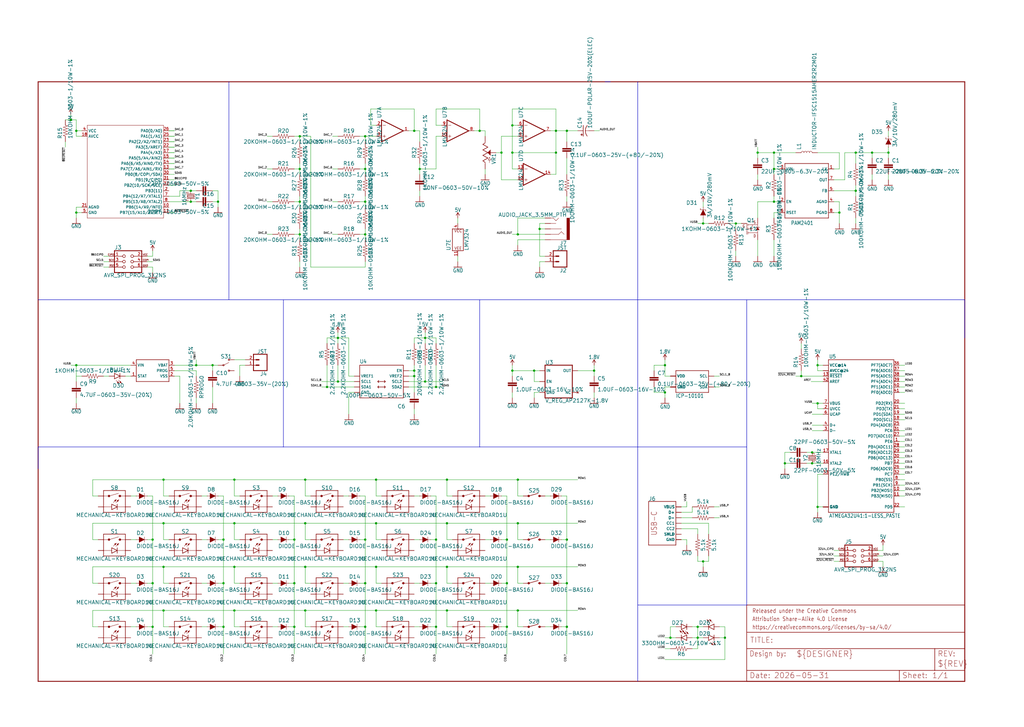
<source format=kicad_sch>
(kicad_sch (version 20230121) (generator eeschema)
  (paper "User" 477.19 338.76)
  (junction (at 137.16 251.46))
  (junction (at 360.68 93.98))
  (junction (at 276.86 172.72))
  (junction (at 378.46 210.82))
  (junction (at 139.7 93.98))
  (junction (at 71.12 251.46))
  (junction (at 360.68 71.12))
  (junction (at 223.52 60.96))
  (junction (at 208.28 243.84))
  (junction (at 170.18 63.5))
  (junction (at 71.12 292.1))
  (junction (at 203.2 251.46))
  (junction (at 35.56 60.96))
  (junction (at 241.3 223.52))
  (junction (at 76.2 223.52))
  (junction (at 378.46 215.9))
  (junction (at 88.9 88.9))
  (junction (at 259.08 60.96))
  (junction (at 198.12 177.8))
  (junction (at 238.76 71.12))
  (junction (at 157.48 157.48))
  (junction (at 109.22 243.84))
  (junction (at 241.3 243.84))
  (junction (at 236.22 292.1))
  (junction (at 203.2 180.34))
  (junction (at 381 236.22))
  (junction (at 406.4 71.12))
  (junction (at 327.66 261.62))
  (junction (at 152.4 180.34))
  (junction (at 337.82 297.18))
  (junction (at 71.12 271.78))
  (junction (at 312.42 297.18))
  (junction (at 170.18 271.78))
  (junction (at 170.18 292.1))
  (junction (at 309.88 170.18))
  (junction (at 264.16 60.96))
  (junction (at 109.22 264.16))
  (junction (at 195.58 78.74))
  (junction (at 109.22 223.52))
  (junction (at 175.26 264.16))
  (junction (at 360.68 78.74))
  (junction (at 365.76 215.9))
  (junction (at 142.24 223.52))
  (junction (at 236.22 251.46))
  (junction (at 391.16 99.06))
  (junction (at 342.9 104.14))
  (junction (at 157.48 177.8))
  (junction (at 139.7 63.5))
  (junction (at 109.22 284.48))
  (junction (at 139.7 109.22))
  (junction (at 203.2 271.78))
  (junction (at 353.06 71.12))
  (junction (at 101.6 93.98))
  (junction (at 264.16 251.46))
  (junction (at 142.24 243.84))
  (junction (at 381 187.96))
  (junction (at 259.08 71.12))
  (junction (at 193.04 172.72))
  (junction (at 238.76 172.72))
  (junction (at 236.22 271.78))
  (junction (at 208.28 223.52))
  (junction (at 198.12 157.48))
  (junction (at 193.04 175.26))
  (junction (at 248.92 172.72))
  (junction (at 193.04 60.96))
  (junction (at 33.02 55.88))
  (junction (at 76.2 243.84))
  (junction (at 241.3 264.16))
  (junction (at 88.9 93.98))
  (junction (at 142.24 284.48))
  (junction (at 104.14 251.46))
  (junction (at 142.24 264.16))
  (junction (at 327.66 104.14))
  (junction (at 251.46 106.68))
  (junction (at 91.44 170.18))
  (junction (at 264.16 292.1))
  (junction (at 76.2 264.16))
  (junction (at 381 170.18))
  (junction (at 398.78 71.12))
  (junction (at 99.06 170.18))
  (junction (at 35.56 99.06))
  (junction (at 170.18 78.74))
  (junction (at 241.3 284.48))
  (junction (at 175.26 284.48))
  (junction (at 398.78 88.9))
  (junction (at 414.02 71.12))
  (junction (at 325.12 292.1))
  (junction (at 104.14 292.1))
  (junction (at 325.12 297.18))
  (junction (at 137.16 292.1))
  (junction (at 76.2 284.48))
  (junction (at 175.26 243.84))
  (junction (at 35.56 170.18))
  (junction (at 175.26 223.52))
  (junction (at 139.7 78.74))
  (junction (at 170.18 93.98))
  (junction (at 137.16 271.78))
  (junction (at 170.18 109.22))
  (junction (at 170.18 251.46))
  (junction (at 373.38 175.26))
  (junction (at 233.68 71.12))
  (junction (at 238.76 58.42))
  (junction (at 203.2 292.1))
  (junction (at 208.28 284.48))
  (junction (at 208.28 264.16))
  (junction (at 309.88 182.88))
  (junction (at 241.3 109.22))
  (junction (at 104.14 271.78))
  (junction (at 264.16 271.78))
  (wire (pts (xy 360.68 78.74) (xy 360.68 71.12)) (stroke (width 0.1524)))
  (wire (pts (xy 419.1 195.58) (xy 421.64 195.58)) (stroke (width 0.1524)))
  (wire (pts (xy 383.54 190.5) (xy 381 190.5)) (stroke (width 0.1524)))
  (wire (pts (xy 167.64 78.74) (xy 170.18 78.74)) (stroke (width 0.1524)))
  (wire (pts (xy 419.1 182.88) (xy 421.64 182.88)) (stroke (width 0.1524)))
  (wire (pts (xy 309.88 175.26) (xy 309.88 170.18)) (stroke (width 0.1524)))
  (wire (pts (xy 190.5 180.34) (xy 203.2 180.34)) (stroke (width 0.1524)))
  (wire (pts (xy 419.1 180.34) (xy 421.64 180.34)) (stroke (width 0.1524)))
  (wire (pts (xy 139.7 63.5) (xy 144.78 63.5)) (stroke (width 0.1524)))
  (wire (pts (xy 137.16 63.5) (xy 139.7 63.5)) (stroke (width 0.1524)))
  (wire (pts (xy 414.02 71.12) (xy 414.02 73.66)) (stroke (width 0.1524)))
  (wire (pts (xy 35.56 55.88) (xy 33.02 55.88)) (stroke (width 0.1524)))
  (wire (pts (xy 109.22 292.1) (xy 109.22 284.48)) (stroke (width 0.1524)))
  (wire (pts (xy 76.2 223.52) (xy 109.22 223.52)) (stroke (width 0.1524)))
  (wire (pts (xy 167.64 109.22) (xy 170.18 109.22)) (stroke (width 0.1524)))
  (wire (pts (xy 60.96 251.46) (xy 63.5 251.46)) (stroke (width 0.1524)))
  (wire (pts (xy 312.42 175.26) (xy 309.88 175.26)) (stroke (width 0.1524)))
  (wire (pts (xy 193.04 190.5) (xy 193.04 193.04)) (stroke (width 0.1524)))
  (wire (pts (xy 195.58 292.1) (xy 193.04 292.1)) (stroke (width 0.1524)))
  (wire (pts (xy 170.18 292.1) (xy 170.18 304.8)) (stroke (width 0.1524)))
  (wire (pts (xy 78.74 251.46) (xy 76.2 251.46)) (stroke (width 0.1524)))
  (wire (pts (xy 419.1 208.28) (xy 421.64 208.28)) (stroke (width 0.1524)))
  (wire (pts (xy 312.42 297.18) (xy 312.42 292.1)) (stroke (width 0.1524)))
  (wire (pts (xy 312.42 302.26) (xy 309.88 302.26)) (stroke (width 0.1524)))
  (wire (pts (xy 419.1 210.82) (xy 421.64 210.82)) (stroke (width 0.1524)))
  (wire (pts (xy 109.22 231.14) (xy 109.22 223.52)) (stroke (width 0.1524)))
  (wire (pts (xy 139.7 109.22) (xy 139.7 106.68)) (stroke (width 0.1524)))
  (wire (pts (xy 383.54 215.9) (xy 378.46 215.9)) (stroke (width 0.1524)))
  (wire (pts (xy 213.36 104.14) (xy 213.36 101.6)) (stroke (width 0.1524)))
  (wire (pts (xy 259.08 50.8) (xy 259.08 60.96)) (stroke (width 0.1524)))
  (wire (pts (xy 337.82 297.18) (xy 337.82 307.34)) (stroke (width 0.1524)))
  (wire (pts (xy 238.76 182.88) (xy 238.76 185.42)) (stroke (width 0.1524)))
  (wire (pts (xy 104.14 292.1) (xy 104.14 304.8)) (stroke (width 0.1524)))
  (wire (pts (xy 111.76 271.78) (xy 109.22 271.78)) (stroke (width 0.1524)))
  (wire (pts (xy 58.42 175.26) (xy 60.96 175.26)) (stroke (width 0.1524)))
  (wire (pts (xy 50.8 119.38) (xy 48.26 119.38)) (stroke (width 0.1524)))
  (wire (pts (xy 200.66 251.46) (xy 203.2 251.46)) (stroke (width 0.1524)))
  (wire (pts (xy 78.74 81.28) (xy 81.28 81.28)) (stroke (width 0.1524)))
  (polyline (pts (xy 132.08 208.28) (xy 223.52 208.28)) (stroke (width 0.2032) (type solid)))
  (wire (pts (xy 76.2 292.1) (xy 76.2 284.48)) (stroke (width 0.1524)))
  (wire (pts (xy 360.68 78.74) (xy 363.22 78.74)) (stroke (width 0.1524)))
  (wire (pts (xy 83.82 88.9) (xy 83.82 91.44)) (stroke (width 0.1524)))
  (wire (pts (xy 233.68 83.82) (xy 233.68 71.12)) (stroke (width 0.1524)))
  (wire (pts (xy 170.18 109.22) (xy 170.18 111.76)) (stroke (width 0.1524)))
  (wire (pts (xy 43.18 251.46) (xy 43.18 243.84)) (stroke (width 0.1524)))
  (wire (pts (xy 241.3 251.46) (xy 243.84 251.46)) (stroke (width 0.1524)))
  (wire (pts (xy 406.4 83.82) (xy 406.4 81.28)) (stroke (width 0.1524)))
  (wire (pts (xy 325.12 297.18) (xy 327.66 297.18)) (stroke (width 0.1524)))
  (wire (pts (xy 144.78 124.46) (xy 170.18 124.46)) (stroke (width 0.1524)))
  (wire (pts (xy 337.82 292.1) (xy 337.82 297.18)) (stroke (width 0.1524)))
  (wire (pts (xy 127 231.14) (xy 129.54 231.14)) (stroke (width 0.1524)))
  (wire (pts (xy 101.6 271.78) (xy 104.14 271.78)) (stroke (width 0.1524)))
  (wire (pts (xy 127 292.1) (xy 129.54 292.1)) (stroke (width 0.1524)))
  (wire (pts (xy 68.58 119.38) (xy 71.12 119.38)) (stroke (width 0.1524)))
  (wire (pts (xy 241.3 58.42) (xy 238.76 58.42)) (stroke (width 0.1524)))
  (wire (pts (xy 78.74 60.96) (xy 81.28 60.96)) (stroke (width 0.2032)))
  (wire (pts (xy 162.56 157.48) (xy 157.48 157.48)) (stroke (width 0.1524)))
  (wire (pts (xy 78.74 271.78) (xy 76.2 271.78)) (stroke (width 0.1524)))
  (wire (pts (xy 414.02 83.82) (xy 414.02 81.28)) (stroke (width 0.1524)))
  (wire (pts (xy 381 236.22) (xy 381 238.76)) (stroke (width 0.1524)))
  (wire (pts (xy 127 271.78) (xy 129.54 271.78)) (stroke (width 0.1524)))
  (wire (pts (xy 157.48 177.8) (xy 149.86 177.8)) (stroke (width 0.1524)))
  (wire (pts (xy 327.66 96.52) (xy 327.66 93.98)) (stroke (width 0.1524)))
  (wire (pts (xy 419.1 177.8) (xy 421.64 177.8)) (stroke (width 0.1524)))
  (wire (pts (xy 391.16 78.74) (xy 388.62 78.74)) (stroke (width 0.1524)))
  (polyline (pts (xy 347.98 208.28) (xy 297.18 208.28)) (stroke (width 0.2032) (type solid)))
  (polyline (pts (xy 297.18 281.94) (xy 297.18 317.5)) (stroke (width 0.2032) (type solid)))
  (wire (pts (xy 167.64 93.98) (xy 170.18 93.98)) (stroke (width 0.1524)))
  (wire (pts (xy 256.54 271.78) (xy 254 271.78)) (stroke (width 0.1524)))
  (polyline (pts (xy 132.08 139.7) (xy 132.08 208.28)) (stroke (width 0.2032) (type solid)))
  (wire (pts (xy 30.48 66.04) (xy 30.48 68.58)) (stroke (width 0.1524)))
  (wire (pts (xy 248.92 177.8) (xy 248.92 172.72)) (stroke (width 0.1524)))
  (wire (pts (xy 139.7 91.44) (xy 139.7 93.98)) (stroke (width 0.1524)))
  (wire (pts (xy 114.3 170.18) (xy 111.76 170.18)) (stroke (width 0.1524)))
  (wire (pts (xy 208.28 271.78) (xy 208.28 264.16)) (stroke (width 0.1524)))
  (wire (pts (xy 335.28 297.18) (xy 337.82 297.18)) (stroke (width 0.1524)))
  (wire (pts (xy 398.78 104.14) (xy 398.78 101.6)) (stroke (width 0.1524)))
  (wire (pts (xy 360.68 91.44) (xy 360.68 93.98)) (stroke (width 0.1524)))
  (wire (pts (xy 353.06 93.98) (xy 353.06 101.6)) (stroke (width 0.1524)))
  (wire (pts (xy 134.62 271.78) (xy 137.16 271.78)) (stroke (width 0.1524)))
  (wire (pts (xy 78.74 83.82) (xy 81.28 83.82)) (stroke (width 0.1524)))
  (wire (pts (xy 157.48 170.18) (xy 157.48 177.8)) (stroke (width 0.1524)))
  (wire (pts (xy 378.46 210.82) (xy 375.92 210.82)) (stroke (width 0.1524)))
  (wire (pts (xy 167.64 292.1) (xy 170.18 292.1)) (stroke (width 0.1524)))
  (wire (pts (xy 134.62 231.14) (xy 137.16 231.14)) (stroke (width 0.1524)))
  (wire (pts (xy 325.12 246.38) (xy 325.12 248.92)) (stroke (width 0.1524)))
  (wire (pts (xy 241.3 292.1) (xy 243.84 292.1)) (stroke (width 0.1524)))
  (wire (pts (xy 172.72 58.42) (xy 172.72 50.8)) (stroke (width 0.1524)))
  (wire (pts (xy 38.1 96.52) (xy 35.56 96.52)) (stroke (width 0.1524)))
  (wire (pts (xy 175.26 231.14) (xy 175.26 223.52)) (stroke (width 0.1524)))
  (wire (pts (xy 170.18 91.44) (xy 170.18 93.98)) (stroke (width 0.1524)))
  (wire (pts (xy 203.2 78.74) (xy 203.2 63.5)) (stroke (width 0.1524)))
  (wire (pts (xy 226.06 271.78) (xy 228.6 271.78)) (stroke (width 0.1524)))
  (wire (pts (xy 391.16 259.08) (xy 388.62 259.08)) (stroke (width 0.1524)))
  (wire (pts (xy 33.02 55.88) (xy 33.02 53.34)) (stroke (width 0.1524)))
  (wire (pts (xy 177.8 271.78) (xy 175.26 271.78)) (stroke (width 0.1524)))
  (wire (pts (xy 157.48 109.22) (xy 154.94 109.22)) (stroke (width 0.1524)))
  (wire (pts (xy 264.16 60.96) (xy 269.24 60.96)) (stroke (width 0.1524)))
  (wire (pts (xy 109.22 264.16) (xy 142.24 264.16)) (stroke (width 0.1524)))
  (wire (pts (xy 325.12 292.1) (xy 325.12 297.18)) (stroke (width 0.1524)))
  (wire (pts (xy 261.62 251.46) (xy 264.16 251.46)) (stroke (width 0.1524)))
  (wire (pts (xy 76.2 271.78) (xy 76.2 264.16)) (stroke (width 0.1524)))
  (wire (pts (xy 238.76 172.72) (xy 238.76 170.18)) (stroke (width 0.1524)))
  (wire (pts (xy 157.48 157.48) (xy 152.4 157.48)) (stroke (width 0.1524)))
  (wire (pts (xy 99.06 172.72) (xy 99.06 170.18)) (stroke (width 0.1524)))
  (wire (pts (xy 78.74 76.2) (xy 81.28 76.2)) (stroke (width 0.2032)))
  (wire (pts (xy 264.16 93.98) (xy 264.16 91.44)) (stroke (width 0.1524)))
  (polyline (pts (xy 17.78 139.7) (xy 106.68 139.7)) (stroke (width 0.2032) (type solid)))
  (wire (pts (xy 383.54 198.12) (xy 378.46 198.12)) (stroke (width 0.1524)))
  (wire (pts (xy 193.04 50.8) (xy 193.04 60.96)) (stroke (width 0.1524)))
  (wire (pts (xy 50.8 121.92) (xy 48.26 121.92)) (stroke (width 0.1524)))
  (wire (pts (xy 137.16 231.14) (xy 137.16 251.46)) (stroke (width 0.1524)))
  (wire (pts (xy 408.94 259.08) (xy 411.48 259.08)) (stroke (width 0.1524)))
  (wire (pts (xy 144.78 231.14) (xy 142.24 231.14)) (stroke (width 0.1524)))
  (wire (pts (xy 111.76 292.1) (xy 109.22 292.1)) (stroke (width 0.1524)))
  (wire (pts (xy 170.18 63.5) (xy 170.18 66.04)) (stroke (width 0.1524)))
  (wire (pts (xy 68.58 121.92) (xy 71.12 121.92)) (stroke (width 0.1524)))
  (wire (pts (xy 342.9 104.14) (xy 340.36 104.14)) (stroke (width 0.1524)))
  (wire (pts (xy 264.16 231.14) (xy 264.16 251.46)) (stroke (width 0.1524)))
  (wire (pts (xy 152.4 160.02) (xy 152.4 157.48)) (stroke (width 0.1524)))
  (wire (pts (xy 383.54 220.98) (xy 381 220.98)) (stroke (width 0.1524)))
  (wire (pts (xy 411.48 261.62) (xy 411.48 264.16)) (stroke (width 0.1524)))
  (wire (pts (xy 91.44 172.72) (xy 81.28 172.72)) (stroke (width 0.1524)))
  (wire (pts (xy 381 71.12) (xy 391.16 71.12)) (stroke (width 0.1524)))
  (wire (pts (xy 78.74 68.58) (xy 81.28 68.58)) (stroke (width 0.2032)))
  (wire (pts (xy 408.94 256.54) (xy 411.48 256.54)) (stroke (width 0.1524)))
  (wire (pts (xy 226.06 292.1) (xy 228.6 292.1)) (stroke (width 0.1524)))
  (wire (pts (xy 203.2 180.34) (xy 205.74 180.34)) (stroke (width 0.1524)))
  (wire (pts (xy 419.1 172.72) (xy 421.64 172.72)) (stroke (width 0.1524)))
  (wire (pts (xy 309.88 170.18) (xy 309.88 167.64)) (stroke (width 0.1524)))
  (polyline (pts (xy 347.98 281.94) (xy 347.98 208.28)) (stroke (width 0.2032) (type solid)))
  (wire (pts (xy 325.12 259.08) (xy 325.12 261.62)) (stroke (width 0.1524)))
  (wire (pts (xy 419.1 220.98) (xy 421.64 220.98)) (stroke (width 0.1524)))
  (polyline (pts (xy 449.58 139.7) (xy 347.98 139.7)) (stroke (width 0.2032) (type solid)))
  (wire (pts (xy 195.58 76.2) (xy 195.58 78.74)) (stroke (width 0.1524)))
  (wire (pts (xy 71.12 231.14) (xy 71.12 251.46)) (stroke (width 0.1524)))
  (wire (pts (xy 398.78 71.12) (xy 406.4 71.12)) (stroke (width 0.1524)))
  (wire (pts (xy 378.46 215.9) (xy 375.92 215.9)) (stroke (width 0.1524)))
  (wire (pts (xy 81.28 170.18) (xy 91.44 170.18)) (stroke (width 0.1524)))
  (wire (pts (xy 193.04 160.02) (xy 193.04 157.48)) (stroke (width 0.1524)))
  (wire (pts (xy 50.8 124.46) (xy 48.26 124.46)) (stroke (width 0.1524)))
  (wire (pts (xy 322.58 238.76) (xy 322.58 236.22)) (stroke (width 0.1524)))
  (wire (pts (xy 223.52 50.8) (xy 223.52 60.96)) (stroke (width 0.1524)))
  (wire (pts (xy 195.58 251.46) (xy 193.04 251.46)) (stroke (width 0.1524)))
  (wire (pts (xy 142.24 223.52) (xy 175.26 223.52)) (stroke (width 0.1524)))
  (wire (pts (xy 68.58 231.14) (xy 71.12 231.14)) (stroke (width 0.1524)))
  (wire (pts (xy 383.54 175.26) (xy 373.38 175.26)) (stroke (width 0.1524)))
  (wire (pts (xy 233.68 71.12) (xy 233.68 63.5)) (stroke (width 0.1524)))
  (wire (pts (xy 127 109.22) (xy 124.46 109.22)) (stroke (width 0.1524)))
  (polyline (pts (xy 347.98 208.28) (xy 347.98 139.7)) (stroke (width 0.2032) (type solid)))
  (wire (pts (xy 88.9 93.98) (xy 91.44 93.98)) (stroke (width 0.1524)))
  (wire (pts (xy 342.9 116.84) (xy 342.9 119.38)) (stroke (width 0.1524)))
  (wire (pts (xy 251.46 104.14) (xy 251.46 106.68)) (stroke (width 0.1524)))
  (wire (pts (xy 238.76 78.74) (xy 238.76 71.12)) (stroke (width 0.1524)))
  (wire (pts (xy 127 63.5) (xy 124.46 63.5)) (stroke (width 0.1524)))
  (wire (pts (xy 175.26 251.46) (xy 175.26 243.84)) (stroke (width 0.1524)))
  (wire (pts (xy 177.8 231.14) (xy 175.26 231.14)) (stroke (width 0.1524)))
  (wire (pts (xy 203.2 160.02) (xy 203.2 157.48)) (stroke (width 0.1524)))
  (wire (pts (xy 63.5 292.1) (xy 60.96 292.1)) (stroke (width 0.1524)))
  (wire (pts (xy 78.74 73.66) (xy 81.28 73.66)) (stroke (width 0.2032)))
  (wire (pts (xy 195.58 88.9) (xy 195.58 91.44)) (stroke (width 0.1524)))
  (wire (pts (xy 251.46 177.8) (xy 248.92 177.8)) (stroke (width 0.1524)))
  (wire (pts (xy 388.62 99.06) (xy 391.16 99.06)) (stroke (width 0.1524)))
  (wire (pts (xy 71.12 124.46) (xy 71.12 127)) (stroke (width 0.1524)))
  (wire (pts (xy 312.42 292.1) (xy 314.96 292.1)) (stroke (width 0.1524)))
  (wire (pts (xy 264.16 60.96) (xy 264.16 66.04)) (stroke (width 0.1524)))
  (wire (pts (xy 320.04 236.22) (xy 320.04 233.68)) (stroke (width 0.1524)))
  (wire (pts (xy 233.68 251.46) (xy 236.22 251.46)) (stroke (width 0.1524)))
  (wire (pts (xy 391.16 93.98) (xy 391.16 99.06)) (stroke (width 0.1524)))
  (wire (pts (xy 317.5 251.46) (xy 320.04 251.46)) (stroke (width 0.1524)))
  (wire (pts (xy 193.04 271.78) (xy 195.58 271.78)) (stroke (width 0.1524)))
  (wire (pts (xy 48.26 175.26) (xy 50.8 175.26)) (stroke (width 0.1524)))
  (polyline (pts (xy 449.58 157.48) (xy 449.58 139.7)) (stroke (width 0.2032) (type solid)))
  (wire (pts (xy 208.28 223.52) (xy 241.3 223.52)) (stroke (width 0.1524)))
  (wire (pts (xy 398.78 88.9) (xy 398.78 86.36)) (stroke (width 0.1524)))
  (wire (pts (xy 419.1 190.5) (xy 421.64 190.5)) (stroke (width 0.1524)))
  (wire (pts (xy 304.8 170.18) (xy 304.8 172.72)) (stroke (width 0.1524)))
  (wire (pts (xy 101.6 96.52) (xy 101.6 93.98)) (stroke (width 0.1524)))
  (wire (pts (xy 317.5 246.38) (xy 325.12 246.38)) (stroke (width 0.1524)))
  (wire (pts (xy 190.5 175.26) (xy 193.04 175.26)) (stroke (width 0.1524)))
  (wire (pts (xy 360.68 119.38) (xy 360.68 111.76)) (stroke (width 0.1524)))
  (wire (pts (xy 304.8 182.88) (xy 309.88 182.88)) (stroke (width 0.1524)))
  (wire (pts (xy 241.3 271.78) (xy 243.84 271.78)) (stroke (width 0.1524)))
  (wire (pts (xy 419.1 187.96) (xy 421.64 187.96)) (stroke (width 0.1524)))
  (wire (pts (xy 137.16 292.1) (xy 137.16 304.8)) (stroke (width 0.1524)))
  (wire (pts (xy 144.78 63.5) (xy 144.78 124.46)) (stroke (width 0.1524)))
  (wire (pts (xy 142.24 251.46) (xy 142.24 243.84)) (stroke (width 0.1524)))
  (wire (pts (xy 254 231.14) (xy 256.54 231.14)) (stroke (width 0.1524)))
  (wire (pts (xy 233.68 271.78) (xy 236.22 271.78)) (stroke (width 0.1524)))
  (wire (pts (xy 419.1 218.44) (xy 421.64 218.44)) (stroke (width 0.1524)))
  (wire (pts (xy 142.24 243.84) (xy 175.26 243.84)) (stroke (width 0.1524)))
  (wire (pts (xy 175.26 292.1) (xy 175.26 284.48)) (stroke (width 0.1524)))
  (wire (pts (xy 142.24 284.48) (xy 175.26 284.48)) (stroke (width 0.1524)))
  (wire (pts (xy 363.22 99.06) (xy 360.68 99.06)) (stroke (width 0.1524)))
  (wire (pts (xy 254 119.38) (xy 251.46 119.38)) (stroke (width 0.1524)))
  (wire (pts (xy 35.56 175.26) (xy 38.1 175.26)) (stroke (width 0.1524)))
  (wire (pts (xy 236.22 271.78) (xy 236.22 292.1)) (stroke (width 0.1524)))
  (wire (pts (xy 78.74 66.04) (xy 81.28 66.04)) (stroke (width 0.2032)))
  (wire (pts (xy 383.54 193.04) (xy 378.46 193.04)) (stroke (width 0.1524)))
  (wire (pts (xy 165.1 180.34) (xy 152.4 180.34)) (stroke (width 0.1524)))
  (wire (pts (xy 241.3 111.76) (xy 254 111.76)) (stroke (width 0.1524)))
  (wire (pts (xy 304.8 180.34) (xy 304.8 182.88)) (stroke (width 0.1524)))
  (wire (pts (xy 45.72 251.46) (xy 43.18 251.46)) (stroke (width 0.1524)))
  (wire (pts (xy 383.54 187.96) (xy 381 187.96)) (stroke (width 0.1524)))
  (wire (pts (xy 381 170.18) (xy 381 167.64)) (stroke (width 0.1524)))
  (wire (pts (xy 238.76 71.12) (xy 238.76 58.42)) (stroke (width 0.1524)))
  (wire (pts (xy 139.7 78.74) (xy 139.7 81.28)) (stroke (width 0.1524)))
  (wire (pts (xy 226.06 251.46) (xy 228.6 251.46)) (stroke (width 0.1524)))
  (wire (pts (xy 38.1 60.96) (xy 35.56 60.96)) (stroke (width 0.1524)))
  (wire (pts (xy 137.16 93.98) (xy 139.7 93.98)) (stroke (width 0.1524)))
  (wire (pts (xy 241.3 83.82) (xy 233.68 83.82)) (stroke (width 0.1524)))
  (wire (pts (xy 373.38 175.26) (xy 370.84 175.26)) (stroke (width 0.1524)))
  (wire (pts (xy 91.44 187.96) (xy 91.44 185.42)) (stroke (width 0.1524)))
  (wire (pts (xy 241.3 109.22) (xy 241.3 101.6)) (stroke (width 0.1524)))
  (wire (pts (xy 419.1 170.18) (xy 421.64 170.18)) (stroke (width 0.1524)))
  (wire (pts (xy 38.1 63.5) (xy 35.56 63.5)) (stroke (width 0.1524)))
  (wire (pts (xy 165.1 175.26) (xy 162.56 175.26)) (stroke (width 0.1524)))
  (wire (pts (xy 264.16 251.46) (xy 264.16 271.78)) (stroke (width 0.1524)))
  (wire (pts (xy 327.66 104.14) (xy 327.66 101.6)) (stroke (width 0.1524)))
  (wire (pts (xy 139.7 121.92) (xy 139.7 124.46)) (stroke (width 0.1524)))
  (wire (pts (xy 233.68 292.1) (xy 236.22 292.1)) (stroke (width 0.1524)))
  (polyline (pts (xy 297.18 208.28) (xy 297.18 281.94)) (stroke (width 0.2032) (type solid)))
  (wire (pts (xy 353.06 71.12) (xy 353.06 68.58)) (stroke (width 0.1524)))
  (wire (pts (xy 83.82 88.9) (xy 88.9 88.9)) (stroke (width 0.1524)))
  (wire (pts (xy 254 104.14) (xy 251.46 104.14)) (stroke (width 0.1524)))
  (wire (pts (xy 360.68 93.98) (xy 363.22 93.98)) (stroke (width 0.1524)))
  (wire (pts (xy 312.42 180.34) (xy 309.88 180.34)) (stroke (width 0.1524)))
  (wire (pts (xy 170.18 271.78) (xy 170.18 292.1)) (stroke (width 0.1524)))
  (wire (pts (xy 317.5 243.84) (xy 330.2 243.84)) (stroke (width 0.1524)))
  (wire (pts (xy 391.16 256.54) (xy 388.62 256.54)) (stroke (width 0.1524)))
  (wire (pts (xy 251.46 121.92) (xy 251.46 124.46)) (stroke (width 0.1524)))
  (wire (pts (xy 96.52 231.14) (xy 93.98 231.14)) (stroke (width 0.1524)))
  (wire (pts (xy 203.2 50.8) (xy 223.52 50.8)) (stroke (width 0.1524)))
  (wire (pts (xy 193.04 60.96) (xy 195.58 60.96)) (stroke (width 0.1524)))
  (wire (pts (xy 170.18 78.74) (xy 170.18 81.28)) (stroke (width 0.1524)))
  (wire (pts (xy 353.06 71.12) (xy 360.68 71.12)) (stroke (width 0.1524)))
  (wire (pts (xy 383.54 172.72) (xy 381 172.72)) (stroke (width 0.1524)))
  (wire (pts (xy 419.1 205.74) (xy 421.64 205.74)) (stroke (width 0.1524)))
  (wire (pts (xy 127 93.98) (xy 124.46 93.98)) (stroke (width 0.1524)))
  (wire (pts (xy 208.28 284.48) (xy 241.3 284.48)) (stroke (width 0.1524)))
  (wire (pts (xy 195.58 78.74) (xy 203.2 78.74)) (stroke (width 0.1524)))
  (wire (pts (xy 170.18 124.46) (xy 170.18 121.92)) (stroke (width 0.1524)))
  (wire (pts (xy 353.06 111.76) (xy 353.06 119.38)) (stroke (width 0.1524)))
  (wire (pts (xy 393.7 83.82) (xy 393.7 71.12)) (stroke (width 0.1524)))
  (wire (pts (xy 259.08 71.12) (xy 259.08 81.28)) (stroke (width 0.1524)))
  (wire (pts (xy 195.58 78.74) (xy 195.58 81.28)) (stroke (width 0.1524)))
  (wire (pts (xy 419.1 223.52) (xy 421.64 223.52)) (stroke (width 0.1524)))
  (wire (pts (xy 152.4 180.34) (xy 149.86 180.34)) (stroke (width 0.1524)))
  (wire (pts (xy 419.1 236.22) (xy 421.64 236.22)) (stroke (width 0.1524)))
  (wire (pts (xy 368.3 215.9) (xy 365.76 215.9)) (stroke (width 0.1524)))
  (wire (pts (xy 142.24 264.16) (xy 175.26 264.16)) (stroke (width 0.1524)))
  (wire (pts (xy 68.58 292.1) (xy 71.12 292.1)) (stroke (width 0.1524)))
  (wire (pts (xy 236.22 292.1) (xy 236.22 304.8)) (stroke (width 0.1524)))
  (wire (pts (xy 238.76 71.12) (xy 259.08 71.12)) (stroke (width 0.1524)))
  (wire (pts (xy 157.48 63.5) (xy 154.94 63.5)) (stroke (width 0.1524)))
  (wire (pts (xy 419.1 203.2) (xy 421.64 203.2)) (stroke (width 0.1524)))
  (wire (pts (xy 78.74 292.1) (xy 76.2 292.1)) (stroke (width 0.1524)))
  (wire (pts (xy 327.66 261.62) (xy 330.2 261.62)) (stroke (width 0.1524)))
  (wire (pts (xy 71.12 292.1) (xy 71.12 304.8)) (stroke (width 0.1524)))
  (wire (pts (xy 139.7 76.2) (xy 139.7 78.74)) (stroke (width 0.1524)))
  (wire (pts (xy 414.02 71.12) (xy 414.02 68.58)) (stroke (width 0.1524)))
  (wire (pts (xy 238.76 58.42) (xy 238.76 50.8)) (stroke (width 0.1524)))
  (wire (pts (xy 43.18 284.48) (xy 76.2 284.48)) (stroke (width 0.1524)))
  (wire (pts (xy 127 78.74) (xy 124.46 78.74)) (stroke (width 0.1524)))
  (wire (pts (xy 104.14 271.78) (xy 104.14 292.1)) (stroke (width 0.1524)))
  (wire (pts (xy 78.74 86.36) (xy 81.28 86.36)) (stroke (width 0.1524)))
  (wire (pts (xy 157.48 157.48) (xy 157.48 154.94)) (stroke (width 0.1524)))
  (wire (pts (xy 175.26 63.5) (xy 170.18 63.5)) (stroke (width 0.1524)))
  (wire (pts (xy 157.48 93.98) (xy 154.94 93.98)) (stroke (width 0.1524)))
  (wire (pts (xy 33.02 170.18) (xy 35.56 170.18)) (stroke (width 0.1524)))
  (wire (pts (xy 251.46 182.88) (xy 248.92 182.88)) (stroke (width 0.1524)))
  (wire (pts (xy 101.6 231.14) (xy 104.14 231.14)) (stroke (width 0.1524)))
  (wire (pts (xy 170.18 76.2) (xy 170.18 78.74)) (stroke (width 0.1524)))
  (wire (pts (xy 134.62 251.46) (xy 137.16 251.46)) (stroke (width 0.1524)))
  (wire (pts (xy 383.54 170.18) (xy 381 170.18)) (stroke (width 0.1524)))
  (wire (pts (xy 157.48 160.02) (xy 157.48 157.48)) (stroke (width 0.1524)))
  (wire (pts (xy 276.86 60.96) (xy 279.4 60.96)) (stroke (width 0.1524)))
  (wire (pts (xy 248.92 172.72) (xy 238.76 172.72)) (stroke (width 0.1524)))
  (wire (pts (xy 264.16 81.28) (xy 264.16 73.66)) (stroke (width 0.1524)))
  (wire (pts (xy 208.28 231.14) (xy 208.28 223.52)) (stroke (width 0.1524)))
  (wire (pts (xy 233.68 63.5) (xy 241.3 63.5)) (stroke (width 0.1524)))
  (wire (pts (xy 165.1 182.88) (xy 162.56 182.88)) (stroke (width 0.1524)))
  (wire (pts (xy 104.14 231.14) (xy 104.14 251.46)) (stroke (width 0.1524)))
  (wire (pts (xy 314.96 297.18) (xy 312.42 297.18)) (stroke (width 0.1524)))
  (wire (pts (xy 38.1 99.06) (xy 35.56 99.06)) (stroke (width 0.1524)))
  (wire (pts (xy 223.52 60.96) (xy 226.06 60.96)) (stroke (width 0.1524)))
  (wire (pts (xy 233.68 231.14) (xy 236.22 231.14)) (stroke (width 0.1524)))
  (wire (pts (xy 109.22 271.78) (xy 109.22 264.16)) (stroke (width 0.1524)))
  (wire (pts (xy 83.82 175.26) (xy 83.82 187.96)) (stroke (width 0.1524)))
  (wire (pts (xy 160.02 292.1) (xy 162.56 292.1)) (stroke (width 0.1524)))
  (wire (pts (xy 381 187.96) (xy 378.46 187.96)) (stroke (width 0.1524)))
  (wire (pts (xy 261.62 231.14) (xy 264.16 231.14)) (stroke (width 0.1524)))
  (wire (pts (xy 78.74 71.12) (xy 81.28 71.12)) (stroke (width 0.2032)))
  (wire (pts (xy 167.64 63.5) (xy 170.18 63.5)) (stroke (width 0.1524)))
  (wire (pts (xy 137.16 271.78) (xy 137.16 292.1)) (stroke (width 0.1524)))
  (wire (pts (xy 406.4 71.12) (xy 406.4 73.66)) (stroke (width 0.1524)))
  (wire (pts (xy 68.58 124.46) (xy 71.12 124.46)) (stroke (width 0.1524)))
  (wire (pts (xy 327.66 261.62) (xy 327.66 264.16)) (stroke (width 0.1524)))
  (polyline (pts (xy 17.78 208.28) (xy 132.08 208.28)) (stroke (width 0.2032) (type solid)))
  (wire (pts (xy 241.3 264.16) (xy 241.3 271.78)) (stroke (width 0.1524)))
  (wire (pts (xy 162.56 175.26) (xy 162.56 157.48)) (stroke (width 0.1524)))
  (wire (pts (xy 99.06 187.96) (xy 99.06 180.34)) (stroke (width 0.1524)))
  (wire (pts (xy 208.28 292.1) (xy 208.28 284.48)) (stroke (width 0.1524)))
  (wire (pts (xy 43.18 292.1) (xy 43.18 284.48)) (stroke (width 0.1524)))
  (wire (pts (xy 134.62 292.1) (xy 137.16 292.1)) (stroke (width 0.1524)))
  (wire (pts (xy 419.1 231.14) (xy 421.64 231.14)) (stroke (width 0.1524)))
  (wire (pts (xy 276.86 182.88) (xy 276.86 185.42)) (stroke (width 0.1524)))
  (wire (pts (xy 320.04 251.46) (xy 320.04 254)) (stroke (width 0.1524)))
  (wire (pts (xy 99.06 88.9) (xy 101.6 88.9)) (stroke (width 0.1524)))
  (wire (pts (xy 368.3 210.82) (xy 365.76 210.82)) (stroke (width 0.1524)))
  (wire (pts (xy 157.48 78.74) (xy 154.94 78.74)) (stroke (width 0.1524)))
  (wire (pts (xy 139.7 93.98) (xy 139.7 96.52)) (stroke (width 0.1524)))
  (wire (pts (xy 419.1 226.06) (xy 421.64 226.06)) (stroke (width 0.1524)))
  (polyline (pts (xy 347.98 139.7) (xy 223.52 139.7)) (stroke (width 0.2032) (type solid)))
  (wire (pts (xy 317.5 236.22) (xy 320.04 236.22)) (stroke (width 0.1524)))
  (wire (pts (xy 160.02 271.78) (xy 162.56 271.78)) (stroke (width 0.1524)))
  (wire (pts (xy 325.12 297.18) (xy 325.12 302.26)) (stroke (width 0.1524)))
  (wire (pts (xy 200.66 231.14) (xy 203.2 231.14)) (stroke (width 0.1524)))
  (wire (pts (xy 408.94 261.62) (xy 411.48 261.62)) (stroke (width 0.1524)))
  (wire (pts (xy 419.1 215.9) (xy 421.64 215.9)) (stroke (width 0.1524)))
  (wire (pts (xy 88.9 88.9) (xy 91.44 88.9)) (stroke (width 0.1524)))
  (wire (pts (xy 175.26 271.78) (xy 175.26 264.16)) (stroke (width 0.1524)))
  (wire (pts (xy 35.56 60.96) (xy 35.56 55.88)) (stroke (width 0.1524)))
  (wire (pts (xy 208.28 243.84) (xy 241.3 243.84)) (stroke (width 0.1524)))
  (wire (pts (xy 322.58 292.1) (xy 325.12 292.1)) (stroke (width 0.1524)))
  (wire (pts (xy 175.26 284.48) (xy 208.28 284.48)) (stroke (width 0.1524)))
  (wire (pts (xy 398.78 71.12) (xy 398.78 76.2)) (stroke (width 0.1524)))
  (wire (pts (xy 35.56 99.06) (xy 35.56 101.6)) (stroke (width 0.1524)))
  (polyline (pts (xy 281.94 38.1) (xy 284.48 38.1)) (stroke (width 0.2032) (type solid)))
  (wire (pts (xy 78.74 78.74) (xy 81.28 78.74)) (stroke (width 0.2032)))
  (wire (pts (xy 170.18 106.68) (xy 170.18 109.22)) (stroke (width 0.1524)))
  (wire (pts (xy 33.02 55.88) (xy 30.48 55.88)) (stroke (width 0.1524)))
  (wire (pts (xy 325.12 292.1) (xy 327.66 292.1)) (stroke (width 0.1524)))
  (wire (pts (xy 170.18 93.98) (xy 170.18 96.52)) (stroke (width 0.1524)))
  (wire (pts (xy 101.6 251.46) (xy 104.14 251.46)) (stroke (width 0.1524)))
  (wire (pts (xy 254 251.46) (xy 256.54 251.46)) (stroke (width 0.1524)))
  (wire (pts (xy 373.38 172.72) (xy 373.38 175.26)) (stroke (width 0.1524)))
  (wire (pts (xy 76.2 231.14) (xy 76.2 223.52)) (stroke (width 0.1524)))
  (wire (pts (xy 381 190.5) (xy 381 187.96)) (stroke (width 0.1524)))
  (wire (pts (xy 208.28 264.16) (xy 241.3 264.16)) (stroke (width 0.1524)))
  (wire (pts (xy 76.2 251.46) (xy 76.2 243.84)) (stroke (width 0.1524)))
  (wire (pts (xy 203.2 170.18) (xy 203.2 180.34)) (stroke (width 0.1524)))
  (wire (pts (xy 345.44 104.14) (xy 342.9 104.14)) (stroke (width 0.1524)))
  (wire (pts (xy 353.06 83.82) (xy 353.06 81.28)) (stroke (width 0.1524)))
  (wire (pts (xy 388.62 88.9) (xy 398.78 88.9)) (stroke (width 0.1524)))
  (wire (pts (xy 335.28 292.1) (xy 337.82 292.1)) (stroke (width 0.1524)))
  (wire (pts (xy 198.12 160.02) (xy 198.12 157.48)) (stroke (width 0.1524)))
  (wire (pts (xy 353.06 73.66) (xy 353.06 71.12)) (stroke (width 0.1524)))
  (wire (pts (xy 101.6 292.1) (xy 104.14 292.1)) (stroke (width 0.1524)))
  (wire (pts (xy 309.88 182.88) (xy 309.88 185.42)) (stroke (width 0.1524)))
  (wire (pts (xy 193.04 175.26) (xy 193.04 182.88)) (stroke (width 0.1524)))
  (wire (pts (xy 83.82 91.44) (xy 78.74 91.44)) (stroke (width 0.1524)))
  (wire (pts (xy 114.3 167.64) (xy 109.22 167.64)) (stroke (width 0.1524)))
  (wire (pts (xy 203.2 58.42) (xy 203.2 50.8)) (stroke (width 0.1524)))
  (wire (pts (xy 332.74 180.34) (xy 335.28 180.34)) (stroke (width 0.1524)))
  (wire (pts (xy 91.44 175.26) (xy 91.44 172.72)) (stroke (width 0.1524)))
  (wire (pts (xy 238.76 50.8) (xy 259.08 50.8)) (stroke (width 0.1524)))
  (wire (pts (xy 111.76 251.46) (xy 109.22 251.46)) (stroke (width 0.1524)))
  (wire (pts (xy 391.16 99.06) (xy 391.16 104.14)) (stroke (width 0.1524)))
  (wire (pts (xy 238.76 175.26) (xy 238.76 172.72)) (stroke (width 0.1524)))
  (wire (pts (xy 231.14 71.12) (xy 233.68 71.12)) (stroke (width 0.1524)))
  (wire (pts (xy 241.3 264.16) (xy 269.24 264.16)) (stroke (width 0.1524)))
  (wire (pts (xy 165.1 177.8) (xy 157.48 177.8)) (stroke (width 0.1524)))
  (wire (pts (xy 78.74 63.5) (xy 81.28 63.5)) (stroke (width 0.2032)))
  (wire (pts (xy 330.2 104.14) (xy 327.66 104.14)) (stroke (width 0.1524)))
  (wire (pts (xy 360.68 99.06) (xy 360.68 101.6)) (stroke (width 0.1524)))
  (wire (pts (xy 198.12 177.8) (xy 205.74 177.8)) (stroke (width 0.1524)))
  (wire (pts (xy 419.1 200.66) (xy 421.64 200.66)) (stroke (width 0.1524)))
  (polyline (pts (xy 223.52 208.28) (xy 297.18 208.28)) (stroke (width 0.2032) (type solid)))
  (wire (pts (xy 261.62 271.78) (xy 264.16 271.78)) (stroke (width 0.1524)))
  (wire (pts (xy 322.58 297.18) (xy 325.12 297.18)) (stroke (width 0.1524)))
  (wire (pts (xy 45.72 271.78) (xy 43.18 271.78)) (stroke (width 0.1524)))
  (wire (pts (xy 309.88 180.34) (xy 309.88 182.88)) (stroke (width 0.1524)))
  (wire (pts (xy 45.72 292.1) (xy 43.18 292.1)) (stroke (width 0.1524)))
  (wire (pts (xy 383.54 236.22) (xy 381 236.22)) (stroke (width 0.1524)))
  (wire (pts (xy 162.56 182.88) (xy 162.56 193.04)) (stroke (width 0.1524)))
  (wire (pts (xy 269.24 172.72) (xy 276.86 172.72)) (stroke (width 0.1524)))
  (wire (pts (xy 254 121.92) (xy 251.46 121.92)) (stroke (width 0.1524)))
  (wire (pts (xy 109.22 284.48) (xy 142.24 284.48)) (stroke (width 0.1524)))
  (wire (pts (xy 226.06 231.14) (xy 228.6 231.14)) (stroke (width 0.1524)))
  (polyline (pts (xy 223.52 139.7) (xy 132.08 139.7)) (stroke (width 0.2032) (type solid)))
  (wire (pts (xy 383.54 200.66) (xy 378.46 200.66)) (stroke (width 0.1524)))
  (wire (pts (xy 325.12 302.26) (xy 322.58 302.26)) (stroke (width 0.1524)))
  (wire (pts (xy 254 101.6) (xy 241.3 101.6)) (stroke (width 0.1524)))
  (wire (pts (xy 200.66 271.78) (xy 203.2 271.78)) (stroke (width 0.1524)))
  (wire (pts (xy 254 292.1) (xy 256.54 292.1)) (stroke (width 0.1524)))
  (wire (pts (xy 259.08 81.28) (xy 256.54 81.28)) (stroke (width 0.1524)))
  (wire (pts (xy 96.52 292.1) (xy 93.98 292.1)) (stroke (width 0.1524)))
  (wire (pts (xy 241.3 231.14) (xy 243.84 231.14)) (stroke (width 0.1524)))
  (wire (pts (xy 76.2 243.84) (xy 109.22 243.84)) (stroke (width 0.1524)))
  (wire (pts (xy 383.54 210.82) (xy 378.46 210.82)) (stroke (width 0.1524)))
  (wire (pts (xy 259.08 60.96) (xy 264.16 60.96)) (stroke (width 0.1524)))
  (wire (pts (xy 241.3 109.22) (xy 238.76 109.22)) (stroke (width 0.1524)))
  (wire (pts (xy 330.2 261.62) (xy 330.2 259.08)) (stroke (width 0.1524)))
  (wire (pts (xy 111.76 231.14) (xy 109.22 231.14)) (stroke (width 0.1524)))
  (wire (pts (xy 78.74 99.06) (xy 81.28 99.06)) (stroke (width 0.1524)))
  (wire (pts (xy 317.5 241.3) (xy 322.58 241.3)) (stroke (width 0.1524)))
  (wire (pts (xy 383.54 177.8) (xy 377.952 177.8)) (stroke (width 0.1524)))
  (wire (pts (xy 210.82 292.1) (xy 208.28 292.1)) (stroke (width 0.1524)))
  (wire (pts (xy 137.16 78.74) (xy 139.7 78.74)) (stroke (width 0.1524)))
  (wire (pts (xy 144.78 271.78) (xy 142.24 271.78)) (stroke (width 0.1524)))
  (wire (pts (xy 261.62 292.1) (xy 264.16 292.1)) (stroke (width 0.1524)))
  (wire (pts (xy 391.16 261.62) (xy 388.62 261.62)) (stroke (width 0.1524)))
  (wire (pts (xy 167.64 231.14) (xy 170.18 231.14)) (stroke (width 0.1524)))
  (wire (pts (xy 78.74 231.14) (xy 76.2 231.14)) (stroke (width 0.1524)))
  (wire (pts (xy 71.12 271.78) (xy 71.12 292.1)) (stroke (width 0.1524)))
  (wire (pts (xy 175.26 264.16) (xy 208.28 264.16)) (stroke (width 0.1524)))
  (wire (pts (xy 304.8 170.18) (xy 309.88 170.18)) (stroke (width 0.1524)))
  (wire (pts (xy 68.58 271.78) (xy 71.12 271.78)) (stroke (width 0.1524)))
  (wire (pts (xy 43.18 264.16) (xy 76.2 264.16)) (stroke (width 0.1524)))
  (wire (pts (xy 177.8 292.1) (xy 175.26 292.1)) (stroke (width 0.1524)))
  (wire (pts (xy 312.42 297.18) (xy 309.88 297.18)) (stroke (width 0.1524)))
  (wire (pts (xy 109.22 251.46) (xy 109.22 243.84)) (stroke (width 0.1524)))
  (polyline (pts (xy 17.78 218.44) (xy 17.78 208.28)) (stroke (width 0.2032) (type solid)))
  (wire (pts (xy 332.74 175.26) (xy 335.28 175.26)) (stroke (width 0.1524)))
  (wire (pts (xy 175.26 243.84) (xy 208.28 243.84)) (stroke (width 0.1524)))
  (wire (pts (xy 388.62 83.82) (xy 393.7 83.82)) (stroke (width 0.1524)))
  (wire (pts (xy 60.96 231.14) (xy 63.5 231.14)) (stroke (width 0.1524)))
  (wire (pts (xy 137.16 109.22) (xy 139.7 109.22)) (stroke (width 0.1524)))
  (wire (pts (xy 190.5 172.72) (xy 193.04 172.72)) (stroke (width 0.1524)))
  (wire (pts (xy 198.12 170.18) (xy 198.12 177.8)) (stroke (width 0.1524)))
  (wire (pts (xy 241.3 284.48) (xy 241.3 292.1)) (stroke (width 0.1524)))
  (wire (pts (xy 160.02 251.46) (xy 162.56 251.46)) (stroke (width 0.1524)))
  (wire (pts (xy 43.18 271.78) (xy 43.18 264.16)) (stroke (width 0.1524)))
  (polyline (pts (xy 297.18 38.1) (xy 297.18 208.28)) (stroke (width 0.2032) (type solid)))
  (wire (pts (xy 35.56 96.52) (xy 35.56 99.06)) (stroke (width 0.1524)))
  (wire (pts (xy 144.78 292.1) (xy 142.24 292.1)) (stroke (width 0.1524)))
  (wire (pts (xy 170.18 231.14) (xy 170.18 251.46)) (stroke (width 0.1524)))
  (wire (pts (xy 167.64 251.46) (xy 170.18 251.46)) (stroke (width 0.1524)))
  (wire (pts (xy 96.52 271.78) (xy 93.98 271.78)) (stroke (width 0.1524)))
  (wire (pts (xy 317.5 238.76) (xy 322.58 238.76)) (stroke (width 0.1524)))
  (wire (pts (xy 360.68 93.98) (xy 353.06 93.98)) (stroke (width 0.1524)))
  (wire (pts (xy 142.24 231.14) (xy 142.24 223.52)) (stroke (width 0.1524)))
  (wire (pts (xy 76.2 284.48) (xy 109.22 284.48)) (stroke (width 0.1524)))
  (wire (pts (xy 337.82 307.34) (xy 309.88 307.34)) (stroke (width 0.1524)))
  (wire (pts (xy 76.2 264.16) (xy 109.22 264.16)) (stroke (width 0.1524)))
  (wire (pts (xy 276.86 170.18) (xy 276.86 172.72)) (stroke (width 0.1524)))
  (wire (pts (xy 254 109.22) (xy 241.3 109.22)) (stroke (width 0.1524)))
  (polyline (pts (xy 106.68 139.7) (xy 106.68 38.1)) (stroke (width 0.2032) (type solid)))
  (wire (pts (xy 241.3 284.48) (xy 269.24 284.48)) (stroke (width 0.1524)))
  (wire (pts (xy 365.76 215.9) (xy 365.76 218.44)) (stroke (width 0.1524)))
  (wire (pts (xy 381 220.98) (xy 381 236.22)) (stroke (width 0.1524)))
  (wire (pts (xy 109.22 243.84) (xy 142.24 243.84)) (stroke (width 0.1524)))
  (wire (pts (xy 213.36 119.38) (xy 213.36 121.92)) (stroke (width 0.1524)))
  (wire (pts (xy 142.24 292.1) (xy 142.24 284.48)) (stroke (width 0.1524)))
  (wire (pts (xy 264.16 292.1) (xy 264.16 304.8)) (stroke (width 0.1524)))
  (wire (pts (xy 195.58 231.14) (xy 193.04 231.14)) (stroke (width 0.1524)))
  (wire (pts (xy 241.3 223.52) (xy 269.24 223.52)) (stroke (width 0.1524)))
  (wire (pts (xy 167.64 271.78) (xy 170.18 271.78)) (stroke (width 0.1524)))
  (wire (pts (xy 71.12 251.46) (xy 71.12 271.78)) (stroke (width 0.1524)))
  (wire (pts (xy 208.28 251.46) (xy 208.28 243.84)) (stroke (width 0.1524)))
  (wire (pts (xy 203.2 271.78) (xy 203.2 292.1)) (stroke (width 0.1524)))
  (wire (pts (xy 35.56 170.18) (xy 35.56 177.8)) (stroke (width 0.1524)))
  (wire (pts (xy 190.5 177.8) (xy 198.12 177.8)) (stroke (width 0.1524)))
  (wire (pts (xy 332.74 236.22) (xy 335.28 236.22)) (stroke (width 0.1524)))
  (wire (pts (xy 160.02 231.14) (xy 162.56 231.14)) (stroke (width 0.1524)))
  (wire (pts (xy 200.66 292.1) (xy 203.2 292.1)) (stroke (width 0.1524)))
  (wire (pts (xy 35.56 63.5) (xy 35.56 60.96)) (stroke (width 0.1524)))
  (wire (pts (xy 325.12 261.62) (xy 327.66 261.62)) (stroke (width 0.1524)))
  (wire (pts (xy 241.3 243.84) (xy 241.3 251.46)) (stroke (width 0.1524)))
  (wire (pts (xy 104.14 251.46) (xy 104.14 271.78)) (stroke (width 0.1524)))
  (wire (pts (xy 142.24 271.78) (xy 142.24 264.16)) (stroke (width 0.1524)))
  (wire (pts (xy 43.18 243.84) (xy 76.2 243.84)) (stroke (width 0.1524)))
  (wire (pts (xy 175.26 58.42) (xy 172.72 58.42)) (stroke (width 0.1524)))
  (polyline (pts (xy 223.52 139.7) (xy 223.52 208.28)) (stroke (width 0.2032) (type solid)))
  (wire (pts (xy 388.62 93.98) (xy 391.16 93.98)) (stroke (width 0.1524)))
  (wire (pts (xy 193.04 175.26) (xy 193.04 172.72)) (stroke (width 0.1524)))
  (wire (pts (xy 91.44 170.18) (xy 91.44 167.64)) (stroke (width 0.1524)))
  (wire (pts (xy 414.02 60.96) (xy 414.02 63.5)) (stroke (width 0.1524)))
  (wire (pts (xy 251.46 106.68) (xy 254 106.68)) (stroke (width 0.1524)))
  (wire (pts (xy 203.2 63.5) (xy 205.74 63.5)) (stroke (width 0.1524)))
  (wire (pts (xy 43.18 231.14) (xy 43.18 223.52)) (stroke (width 0.1524)))
  (wire (pts (xy 96.52 251.46) (xy 93.98 251.46)) (stroke (width 0.1524)))
  (wire (pts (xy 203.2 292.1) (xy 203.2 304.8)) (stroke (width 0.1524)))
  (wire (pts (xy 419.1 193.04) (xy 421.64 193.04)) (stroke (width 0.1524)))
  (wire (pts (xy 45.72 231.14) (xy 43.18 231.14)) (stroke (width 0.1524)))
  (wire (pts (xy 205.74 58.42) (xy 203.2 58.42)) (stroke (width 0.1524)))
  (wire (pts (xy 35.56 185.42) (xy 35.56 187.96)) (stroke (width 0.1524)))
  (wire (pts (xy 241.3 243.84) (xy 269.24 243.84)) (stroke (width 0.1524)))
  (wire (pts (xy 381 172.72) (xy 381 170.18)) (stroke (width 0.1524)))
  (wire (pts (xy 63.5 271.78) (xy 60.96 271.78)) (stroke (width 0.1524)))
  (wire (pts (xy 193.04 60.96) (xy 190.5 60.96)) (stroke (width 0.1524)))
  (wire (pts (xy 210.82 251.46) (xy 208.28 251.46)) (stroke (width 0.1524)))
  (wire (pts (xy 193.04 157.48) (xy 198.12 157.48)) (stroke (width 0.1524)))
  (wire (pts (xy 236.22 231.14) (xy 236.22 251.46)) (stroke (width 0.1524)))
  (wire (pts (xy 101.6 93.98) (xy 101.6 88.9)) (stroke (width 0.1524)))
  (wire (pts (xy 139.7 63.5) (xy 139.7 66.04)) (stroke (width 0.1524)))
  (wire (pts (xy 127 251.46) (xy 129.54 251.46)) (stroke (width 0.1524)))
  (wire (pts (xy 177.8 251.46) (xy 175.26 251.46)) (stroke (width 0.1524)))
  (wire (pts (xy 241.3 78.74) (xy 238.76 78.74)) (stroke (width 0.1524)))
  (wire (pts (xy 152.4 170.18) (xy 152.4 180.34)) (stroke (width 0.1524)))
  (wire (pts (xy 172.72 50.8) (xy 193.04 50.8)) (stroke (width 0.1524)))
  (wire (pts (xy 248.92 182.88) (xy 248.92 185.42)) (stroke (width 0.1524)))
  (wire (pts (xy 251.46 172.72) (xy 248.92 172.72)) (stroke (width 0.1524)))
  (wire (pts (xy 144.78 251.46) (xy 142.24 251.46)) (stroke (width 0.1524)))
  (wire (pts (xy 137.16 251.46) (xy 137.16 271.78)) (stroke (width 0.1524)))
  (wire (pts (xy 99.06 93.98) (xy 101.6 93.98)) (stroke (width 0.1524)))
  (wire (pts (xy 88.9 93.98) (xy 78.74 93.98)) (stroke (width 0.1524)))
  (wire (pts (xy 223.52 60.96) (xy 220.98 60.96)) (stroke (width 0.1524)))
  (wire (pts (xy 276.86 175.26) (xy 276.86 172.72)) (stroke (width 0.1524)))
  (wire (pts (xy 198.12 157.48) (xy 198.12 154.94)) (stroke (width 0.1524)))
  (wire (pts (xy 360.68 81.28) (xy 360.68 78.74)) (stroke (width 0.1524)))
  (wire (pts (xy 241.3 111.76) (xy 241.3 114.3)) (stroke (width 0.1524)))
  (wire (pts (xy 241.3 223.52) (xy 241.3 231.14)) (stroke (width 0.1524)))
  (wire (pts (xy 391.16 71.12) (xy 391.16 78.74)) (stroke (width 0.1524)))
  (wire (pts (xy 393.7 71.12) (xy 398.78 71.12)) (stroke (width 0.1524)))
  (wire (pts (xy 419.1 228.6) (xy 421.64 228.6)) (stroke (width 0.1524)))
  (wire (pts (xy 91.44 170.18) (xy 99.06 170.18)) (stroke (width 0.1524)))
  (wire (pts (xy 259.08 60.96) (xy 259.08 71.12)) (stroke (width 0.1524)))
  (polyline (pts (xy 132.08 139.7) (xy 106.68 139.7)) (stroke (width 0.2032) (type solid)))
  (wire (pts (xy 35.56 170.18) (xy 60.96 170.18)) (stroke (width 0.1524)))
  (wire (pts (xy 203.2 231.14) (xy 203.2 251.46)) (stroke (width 0.1524)))
  (wire (pts (xy 111.76 170.18) (xy 111.76 175.26)) (stroke (width 0.1524)))
  (polyline (pts (xy 297.18 281.94) (xy 347.98 281.94)) (stroke (width 0.2032) (type solid)))
  (wire (pts (xy 259.08 60.96) (xy 256.54 60.96)) (stroke (width 0.1524)))
  (wire (pts (xy 175.26 223.52) (xy 208.28 223.52)) (stroke (width 0.1524)))
  (wire (pts (xy 71.12 119.38) (xy 71.12 116.84)) (stroke (width 0.1524)))
  (wire (pts (xy 327.66 104.14) (xy 325.12 104.14)) (stroke (width 0.1524)))
  (wire (pts (xy 203.2 251.46) (xy 203.2 271.78)) (stroke (width 0.1524)))
  (wire (pts (xy 210.82 271.78) (xy 208.28 271.78)) (stroke (width 0.1524)))
  (wire (pts (xy 236.22 251.46) (xy 236.22 271.78)) (stroke (width 0.1524)))
  (wire (pts (xy 411.48 256.54) (xy 411.48 254)) (stroke (width 0.1524)))
  (wire (pts (xy 251.46 106.68) (xy 251.46 119.38)) (stroke (width 0.1524)))
  (wire (pts (xy 226.06 60.96) (xy 226.06 63.5)) (stroke (width 0.1524)))
  (wire (pts (xy 365.76 210.82) (xy 365.76 215.9)) (stroke (width 0.1524)))
  (wire (pts (xy 373.38 160.02) (xy 373.38 162.56)) (stroke (width 0.1524)))
  (wire (pts (xy 198.12 157.48) (xy 203.2 157.48)) (stroke (width 0.1524)))
  (wire (pts (xy 332.74 241.3) (xy 335.28 241.3)) (stroke (width 0.1524)))
  (wire (pts (xy 139.7 111.76) (xy 139.7 109.22)) (stroke (width 0.1524)))
  (wire (pts (xy 342.9 106.68) (xy 342.9 104.14)) (stroke (width 0.1524)))
  (wire (pts (xy 195.58 60.96) (xy 195.58 66.04)) (stroke (width 0.1524)))
  (wire (pts (xy 101.6 170.18) (xy 99.06 170.18)) (stroke (width 0.1524)))
  (wire (pts (xy 109.22 223.52) (xy 142.24 223.52)) (stroke (width 0.1524)))
  (wire (pts (xy 68.58 251.46) (xy 71.12 251.46)) (stroke (width 0.1524)))
  (wire (pts (xy 193.04 170.18) (xy 193.04 172.72)) (stroke (width 0.1524)))
  (wire (pts (xy 210.82 231.14) (xy 208.28 231.14)) (stroke (width 0.1524)))
  (wire (pts (xy 330.2 243.84) (xy 330.2 248.92)) (stroke (width 0.1524)))
  (wire (pts (xy 370.84 71.12) (xy 360.68 71.12)) (stroke (width 0.1524)))
  (wire (pts (xy 419.1 213.36) (xy 421.64 213.36)) (stroke (width 0.1524)))
  (wire (pts (xy 398.78 91.44) (xy 398.78 88.9)) (stroke (width 0.1524)))
  (wire (pts (xy 226.06 78.74) (xy 226.06 81.28)) (stroke (width 0.1524)))
  (wire (pts (xy 81.28 175.26) (xy 83.82 175.26)) (stroke (width 0.1524)))
  (wire (pts (xy 264.16 271.78) (xy 264.16 292.1)) (stroke (width 0.1524)))
  (wire (pts (xy 406.4 71.12) (xy 414.02 71.12)) (stroke (width 0.1524)))
  (wire (pts (xy 419.1 175.26) (xy 421.64 175.26)) (stroke (width 0.1524)))
  (wire (pts (xy 170.18 251.46) (xy 170.18 271.78)) (stroke (width 0.1524)))
  (wire (pts (xy 43.18 223.52) (xy 76.2 223.52)) (stroke (width 0.1524)))
  (label "SCL5" (at 205.74 177.8 0) (effects (font (size 0.889 0.889))))
  (label "COL3" (at 137.16 304.8 270) (effects (font (size 0.889 0.889))))
  (label "VBATT" (at 91.44 167.64 90) (effects (font (size 0.889 0.889))))
  (label "~{32U4_RESET}" (at 388.62 261.62 180) (effects (font (size 0.889 0.889))))
  (label "AUDIO_OUT" (at 279.4 60.96 0) (effects (font (size 0.889 0.889))))
  (label "DAC_2" (at 81.28 66.04 0) (effects (font (size 0.889 0.889))))
  (label "COL1" (at 71.12 304.8 270) (effects (font (size 0.889 0.889))))
  (label "DAC_4" (at 81.28 71.12 0) (effects (font (size 0.889 0.889))))
  (label "DAC_7" (at 154.94 63.5 180) (effects (font (size 0.889 0.889))))
  (label "861CIPO" (at 81.28 83.82 0) (effects (font (size 0.889 0.889))))
  (label "SDA5" (at 421.64 193.04 0) (effects (font (size 0.889 0.889))))
  (label "USB_P" (at 335.28 236.22 0) (effects (font (size 0.889 0.889))))
  (label "32U4_CIPO" (at 388.62 256.54 180) (effects (font (size 0.889 0.889))))
  (label "COL3" (at 421.64 210.82 0) (effects (font (size 0.889 0.889))))
  (label "ROW1" (at 269.24 223.52 0) (effects (font (size 0.889 0.889))))
  (label "LED0" (at 309.88 302.26 180) (effects (font (size 0.889 0.889))))
  (label "DAC_1" (at 81.28 63.5 0) (effects (font (size 0.889 0.889))))
  (label "32U4_SCK" (at 421.64 226.06 0) (effects (font (size 0.889 0.889))))
  (label "AUDIO_OUT" (at 238.76 109.22 180) (effects (font (size 0.889 0.889))))
  (label "DAC_3" (at 124.46 63.5 180) (effects (font (size 0.889 0.889))))
  (label "DAC_7" (at 81.28 78.74 0) (effects (font (size 0.889 0.889))))
  (label "VUSB" (at 325.12 104.14 180) (effects (font (size 0.889 0.889))))
  (label "VBATT" (at 353.06 68.58 90) (effects (font (size 0.889 0.889))))
  (label "LED2" (at 421.64 203.2 0) (effects (font (size 0.889 0.889))))
  (label "32U4_CIPO" (at 421.64 231.14 0) (effects (font (size 0.889 0.889))))
  (label "COL4" (at 170.18 304.8 270) (effects (font (size 0.889 0.889))))
  (label "DAC_6" (at 81.28 76.2 0) (effects (font (size 0.889 0.889))))
  (label "COL7" (at 264.16 304.8 270) (effects (font (size 0.889 0.889))))
  (label "DAC_6" (at 154.94 78.74 180) (effects (font (size 0.889 0.889))))
  (label "LED1" (at 421.64 200.66 0) (effects (font (size 0.889 0.889))))
  (label "USB_N" (at 335.28 241.3 0) (effects (font (size 0.889 0.889))))
  (label "~{861RESET}" (at 30.48 68.58 270) (effects (font (size 0.889 0.889))))
  (label "COL6" (at 236.22 304.8 270) (effects (font (size 0.889 0.889))))
  (label "32U4_COPI" (at 421.64 228.6 0) (effects (font (size 0.889 0.889))))
  (label "LED1" (at 309.88 307.34 180) (effects (font (size 0.889 0.889))))
  (label "32U4_COPI" (at 411.48 259.08 0) (effects (font (size 0.889 0.889))))
  (label "ROW2" (at 421.64 180.34 0) (effects (font (size 0.889 0.889))))
  (label "SCL1_8" (at 149.86 177.8 180) (effects (font (size 0.889 0.889))))
  (label "USB_P" (at 378.46 198.12 180) (effects (font (size 0.889 0.889))))
  (label "VUSB" (at 378.46 187.96 180) (effects (font (size 0.889 0.889))))
  (label "ROW4" (at 421.64 175.26 0) (effects (font (size 0.889 0.889))))
  (label "DAC_5" (at 154.94 93.98 180) (effects (font (size 0.889 0.889))))
  (label "SDA5" (at 205.74 180.34 0) (effects (font (size 0.889 0.889))))
  (label "SCL5" (at 48.26 121.92 180) (effects (font (size 0.889 0.889))))
  (label "COL2" (at 421.64 208.28 0) (effects (font (size 0.889 0.889))))
  (label "DAC_2" (at 124.46 78.74 180) (effects (font (size 0.889 0.889))))
  (label "32U4_SCK" (at 388.62 259.08 180) (effects (font (size 0.889 0.889))))
  (label "SDA1_8" (at 149.86 180.34 180) (effects (font (size 0.889 0.889))))
  (label "LED0" (at 421.64 170.18 0) (effects (font (size 0.889 0.889))))
  (label "ROW1" (at 421.64 182.88 0) (effects (font (size 0.889 0.889))))
  (label "VUSB" (at 320.04 233.68 90) (effects (font (size 0.889 0.889))))
  (label "DAC_0" (at 81.28 60.96 0) (effects (font (size 0.889 0.889))))
  (label "ROW3" (at 269.24 264.16 0) (effects (font (size 0.889 0.889))))
  (label "SDA5" (at 71.12 121.92 0) (effects (font (size 0.889 0.889))))
  (label "COL1" (at 421.64 205.74 0) (effects (font (size 0.889 0.889))))
  (label "AREF" (at 377.952 177.8 180) (effects (font (size 0.889 0.889))))
  (label "USB_N" (at 378.46 200.66 180) (effects (font (size 0.889 0.889))))
  (label "COL6" (at 421.64 218.44 0) (effects (font (size 0.889 0.889))))
  (label "LED2" (at 309.88 297.18 180) (effects (font (size 0.889 0.889))))
  (label "DAC_5" (at 81.28 73.66 0) (effects (font (size 0.889 0.889))))
  (label "COL7" (at 421.64 220.98 0) (effects (font (size 0.889 0.889))))
  (label "ROW4" (at 269.24 284.48 0) (effects (font (size 0.889 0.889))))
  (label "DAC_3" (at 81.28 68.58 0) (effects (font (size 0.889 0.889))))
  (label "SCL5" (at 421.64 195.58 0) (effects (font (size 0.889 0.889))))
  (label "~{861RESET}" (at 48.26 124.46 180) (effects (font (size 0.889 0.889))))
  (label "SCL1_8" (at 335.28 175.26 0) (effects (font (size 0.889 0.889))))
  (label "COL2" (at 104.14 304.8 270) (effects (font (size 0.889 0.889))))
  (label "ROW2" (at 269.24 243.84 0) (effects (font (size 0.889 0.889))))
  (label "DAC_4" (at 154.94 109.22 180) (effects (font (size 0.889 0.889))))
  (label "861CIPO" (at 48.26 119.38 180) (effects (font (size 0.889 0.889))))
  (label "SDA5" (at 81.28 81.28 0) (effects (font (size 0.889 0.889))))
  (label "COL5" (at 421.64 215.9 0) (effects (font (size 0.889 0.889))))
  (label "UCAP" (at 378.46 193.04 180) (effects (font (size 0.889 0.889))))
  (label "~{861RESET}" (at 81.28 99.06 0) (effects (font (size 0.889 0.889))))
  (label "DAC_1" (at 124.46 93.98 180) (effects (font (size 0.889 0.889))))
  (label "COL5" (at 203.2 304.8 270) (effects (font (size 0.889 0.889))))
  (label "COL4" (at 421.64 213.36 0) (effects (font (size 0.889 0.889))))
  (label "SCL5" (at 81.28 86.36 0) (effects (font (size 0.889 0.889))))
  (label "~{32U4_RESET}" (at 370.84 175.26 180) (effects (font (size 0.889 0.889))))
  (label "VUSB" (at 33.02 170.18 180) (effects (font (size 0.889 0.889))))
  (label "ROW3" (at 421.64 177.8 0) (effects (font (size 0.889 0.889))))
  (label "SDA1_8" (at 335.28 180.34 0) (effects (font (size 0.889 0.889))))
  (label "DAC_0" (at 124.46 109.22 180) (effects (font (size 0.889 0.889))))
  (symbol (lib_id "working-eagle-import:DIODE-BAS16J") (at 259.08 231.14 0) (unit 1)
    (property "Reference" "D29" (at 256.54 229.108 0) (effects (font (size 1.778 1.778)) (justify left bottom)))
    (property "Value" "DIODE-BAS16J" (at 256.54 233.172 0) (effects (font (size 1.778 1.778)) (justify left top)))
    (property "Footprint" "working:SOD-323@1" (effects hide))
  )
  (symbol (lib_id "working-eagle-import:SparkFun_GND") (at 406.4 86.36 0) (mirror y) (unit 1)
    (property "Reference" "#GND4" (effects hide))
    (property "Value" "GND" (at 408.94 88.9 0) (effects (font (size 1.778 1.5113)) (justify left bottom)))
  )
  (symbol (lib_id "working-eagle-import:0.1UF-0603-25V-(+80/-20%)") (at 264.16 71.12 0) (unit 1)
    (property "Reference" "C13" (at 265.684 68.199 0) (effects (font (size 1.778 1.778)) (justify left bottom)))
    (property "Value" "0.1UF-0603-25V-(+80/-20%)" (at 265.684 73.279 0) (effects (font (size 1.778 1.778)) (justify left bottom)))
    (property "Footprint" "working:0603" (effects hide))
  )
  (symbol (lib_id "working-eagle-import:GND") (at 91.44 190.5 0) (unit 1)
    (property "Reference" "#GND17" (effects hide))
    (property "Value" "GND" (at 91.44 190.754 0) (effects (font (size 1.778 1.5113)) (justify top)))
  )
  (symbol (lib_id "working-eagle-import:SparkFun_GND") (at 162.56 195.58 0) (mirror y) (unit 1)
    (property "Reference" "#GND15" (effects hide))
    (property "Value" "GND" (at 165.1 198.12 0) (effects (font (size 1.778 1.5113)) (justify left bottom)))
  )
  (symbol (lib_id "working-eagle-import:CRYSTAL-16MHZSMD-2X1.6") (at 378.46 213.36 90) (unit 1)
    (property "Reference" "Y2" (at 376.428 213.36 0) (effects (font (size 1.778 1.778)) (justify bottom)))
    (property "Value" "16MHz" (at 380.492 213.36 0) (effects (font (size 1.778 1.778)) (justify top)))
    (property "Footprint" "working:CRYSTAL-SMD-2.0X1.6MM" (effects hide))
  )
  (symbol (lib_id "working-eagle-import:GND") (at 411.48 266.7 0) (unit 1)
    (property "Reference" "#GND34" (effects hide))
    (property "Value" "GND" (at 411.48 266.954 0) (effects (font (size 1.778 1.5113)) (justify top)))
  )
  (symbol (lib_id "working-eagle-import:INDUCTOR-IFSC1515AHER2R2M01") (at 375.92 71.12 90) (unit 1)
    (property "Reference" "L1" (at 373.38 69.85 0) (effects (font (size 1.778 1.778)) (justify left bottom)))
    (property "Value" "INDUCTOR-IFSC1515AHER2R2M01" (at 378.46 69.85 0) (effects (font (size 1.778 1.778)) (justify left top)))
    (property "Footprint" "working:INDUCTOR_4X4MM" (effects hide))
  )
  (symbol (lib_id "working-eagle-import:1.8V") (at 309.88 167.64 0) (unit 1)
    (property "Reference" "#SUPPLY1" (effects hide))
    (property "Value" "1.8V" (at 309.88 164.846 0) (effects (font (size 1.778 1.5113)) (justify bottom)))
  )
  (symbol (lib_id "working-eagle-import:2.2KOHM-0603-1/10W-1%") (at 203.2 165.1 90) (unit 1)
    (property "Reference" "R10" (at 201.676 165.1 0) (effects (font (size 1.778 1.778)) (justify bottom)))
    (property "Value" "2.2KOHM-0603-1/10W-1%" (at 204.724 165.1 0) (effects (font (size 1.778 1.778)) (justify top)))
    (property "Footprint" "working:0603" (effects hide))
  )
  (symbol (lib_id "working-eagle-import:GND") (at 320.04 256.54 0) (unit 1)
    (property "Reference" "#GND30" (effects hide))
    (property "Value" "GND" (at 320.04 256.794 0) (effects (font (size 1.778 1.5113)) (justify top)))
  )
  (symbol (lib_id "working-eagle-import:LMV324") (at 182.88 60.96 0) (unit 1)
    (property "Reference" "U7" (at 177.8 55.118 90) (effects (font (size 1.778 1.778)) (justify left bottom)))
    (property "Value" "LMV324" (at 177.8 68.58 90) (effects (font (size 1.778 1.778)) (justify left bottom)))
    (property "Footprint" "working:SO14" (effects hide))
  )
  (symbol (lib_id "working-eagle-import:DIODE-BAS16J") (at 198.12 292.1 0) (unit 1)
    (property "Reference" "D22" (at 195.58 290.068 0) (effects (font (size 1.778 1.778)) (justify left bottom)))
    (property "Value" "DIODE-BAS16J" (at 195.58 294.132 0) (effects (font (size 1.778 1.778)) (justify left top)))
    (property "Footprint" "working:SOD-323@1" (effects hide))
  )
  (symbol (lib_id "working-eagle-import:100UF-POLAR-25V-20%(ELEC)") (at 271.78 60.96 90) (unit 1)
    (property "Reference" "C14" (at 271.145 59.944 0) (effects (font (size 1.778 1.778)) (justify left bottom)))
    (property "Value" "100UF-POLAR-25V-20%(ELEC)" (at 275.971 59.944 0) (effects (font (size 1.778 1.778)) (justify left bottom)))
    (property "Footprint" "working:PANASONIC_D" (effects hide))
  )
  (symbol (lib_id "working-eagle-import:MECHANICAL-KEYBOARD1U") (at 152.4 274.32 0) (unit 1)
    (property "Reference" "S22" (at 152.4 268.986 0) (effects (font (size 1.778 1.778)) (justify bottom)))
    (property "Value" "MECHANICAL-KEYBOARD1U" (at 152.4 279.654 0) (effects (font (size 1.778 1.778)) (justify top)))
    (property "Footprint" "working:CHERRY-MX-LED-1U" (effects hide))
  )
  (symbol (lib_id "working-eagle-import:MECHANICAL-KEYBOARD1U") (at 218.44 274.32 0) (unit 1)
    (property "Reference" "S24" (at 218.44 268.986 0) (effects (font (size 1.778 1.778)) (justify bottom)))
    (property "Value" "MECHANICAL-KEYBOARD1U" (at 218.44 279.654 0) (effects (font (size 1.778 1.778)) (justify top)))
    (property "Footprint" "working:CHERRY-MX-LED-1U" (effects hide))
  )
  (symbol (lib_id "working-eagle-import:SparkFun_GND") (at 309.88 187.96 0) (mirror y) (unit 1)
    (property "Reference" "#GND7" (effects hide))
    (property "Value" "GND" (at 312.42 190.5 0) (effects (font (size 1.778 1.5113)) (justify left bottom)))
  )
  (symbol (lib_id "working-eagle-import:22PF-0603-50V-5%") (at 370.84 215.9 270) (unit 1)
    (property "Reference" "C11" (at 367.538 215.392 90) (effects (font (size 1.778 1.778)) (justify left bottom)))
    (property "Value" "22PF-0603-50V-5%" (at 369.824 220.218 90) (effects (font (size 1.778 1.778)) (justify left bottom)))
    (property "Footprint" "working:0603" (effects hide))
  )
  (symbol (lib_id "working-eagle-import:MECHANICAL-KEYBOARD1U") (at 119.38 233.68 0) (unit 1)
    (property "Reference" "S3" (at 119.38 228.346 0) (effects (font (size 1.778 1.778)) (justify bottom)))
    (property "Value" "MECHANICAL-KEYBOARD1U" (at 119.38 239.014 0) (effects (font (size 1.778 1.778)) (justify top)))
    (property "Footprint" "working:CHERRY-MX-LED-1U" (effects hide))
  )
  (symbol (lib_id "working-eagle-import:DIODE-BAS16J") (at 132.08 251.46 0) (unit 1)
    (property "Reference" "D10" (at 129.54 249.428 0) (effects (font (size 1.778 1.778)) (justify left bottom)))
    (property "Value" "DIODE-BAS16J" (at 129.54 253.492 0) (effects (font (size 1.778 1.778)) (justify left top)))
    (property "Footprint" "working:SOD-323@1" (effects hide))
  )
  (symbol (lib_id "working-eagle-import:2.0KOHM-0603-1/10W-5%") (at 91.44 180.34 270) (unit 1)
    (property "Reference" "RPROG0" (at 92.964 180.34 0) (effects (font (size 1.778 1.778)) (justify bottom)))
    (property "Value" "2.0KOHM-0603-1/10W-5%" (at 89.916 180.34 0) (effects (font (size 1.778 1.778)) (justify top)))
    (property "Footprint" "working:0603" (effects hide))
  )
  (symbol (lib_id "working-eagle-import:DIODE-BAS16J") (at 165.1 251.46 0) (unit 1)
    (property "Reference" "D15" (at 162.56 249.428 0) (effects (font (size 1.778 1.778)) (justify left bottom)))
    (property "Value" "DIODE-BAS16J" (at 162.56 253.492 0) (effects (font (size 1.778 1.778)) (justify left top)))
    (property "Footprint" "working:SOD-323@1" (effects hide))
  )
  (symbol (lib_id "working-eagle-import:MECHANICAL-KEYBOARD1U") (at 53.34 274.32 0) (unit 1)
    (property "Reference" "S20" (at 53.34 268.986 0) (effects (font (size 1.778 1.778)) (justify bottom)))
    (property "Value" "MECHANICAL-KEYBOARD1U" (at 53.34 279.654 0) (effects (font (size 1.778 1.778)) (justify top)))
    (property "Footprint" "working:CHERRY-MX-LED-1U" (effects hide))
  )
  (symbol (lib_id "working-eagle-import:10KOHM-0603-1/10W-1%") (at 170.18 86.36 90) (unit 1)
    (property "Reference" "R28" (at 168.656 86.36 0) (effects (font (size 1.778 1.778)) (justify bottom)))
    (property "Value" "10KOHM-0603-1/10W-1%" (at 171.704 86.36 0) (effects (font (size 1.778 1.778)) (justify top)))
    (property "Footprint" "working:0603" (effects hide))
  )
  (symbol (lib_id "working-eagle-import:ICP-10101") (at 322.58 177.8 0) (unit 1)
    (property "Reference" "U$1" (effects hide))
    (property "Value" "ICP-10101" (at 314.96 185.42 0) (effects (font (size 1.778 1.5113)) (justify left bottom)))
    (property "Footprint" "working:ICP-10101" (effects hide))
  )
  (symbol (lib_id "working-eagle-import:AVR_SPI_PROG_3X2NS") (at 58.42 121.92 0) (unit 1)
    (property "Reference" "J3" (at 53.34 116.332 0) (effects (font (size 1.778 1.778)) (justify left bottom)))
    (property "Value" "AVR_SPI_PROG_3X2NS" (at 48.26 129.286 0) (effects (font (size 1.778 1.778)) (justify left bottom)))
    (property "Footprint" "working:2X3-NS" (effects hide))
  )
  (symbol (lib_id "working-eagle-import:200KOHM-0603-1/10W-1%") (at 193.04 165.1 90) (unit 1)
    (property "Reference" "R11" (at 191.516 165.1 0) (effects (font (size 1.778 1.778)) (justify bottom)))
    (property "Value" "200KOHM-0603-1/10W-1%" (at 194.564 165.1 0) (effects (font (size 1.778 1.778)) (justify top)))
    (property "Footprint" "working:0603" (effects hide))
  )
  (symbol (lib_id "working-eagle-import:MECHANICAL-KEYBOARD1U") (at 86.36 294.64 0) (unit 1)
    (property "Reference" "S14" (at 86.36 289.306 0) (effects (font (size 1.778 1.778)) (justify bottom)))
    (property "Value" "MECHANICAL-KEYBOARD1U" (at 86.36 299.974 0) (effects (font (size 1.778 1.778)) (justify top)))
    (property "Footprint" "working:CHERRY-MX-LED-1U" (effects hide))
  )
  (symbol (lib_id "working-eagle-import:ATMEGA32U41{colon}1-LESS_PASTE") (at 401.32 200.66 0) (unit 1)
    (property "Reference" "U5" (at 386.334 167.132 0) (effects (font (size 1.778 1.5113)) (justify left bottom)))
    (property "Value" "ATMEGA32U41{colon}1-LESS_PASTE" (at 386.334 241.3 0) (effects (font (size 1.778 1.5113)) (justify left bottom)))
    (property "Footprint" "working:QFN-44-NOPAD_1_1-LESS_PASTE" (effects hide))
  )
  (symbol (lib_id "working-eagle-import:SparkFun_GND") (at 251.46 127 0) (mirror y) (unit 1)
    (property "Reference" "#GND32" (effects hide))
    (property "Value" "GND" (at 254 129.54 0) (effects (font (size 1.778 1.5113)) (justify left bottom)))
  )
  (symbol (lib_id "working-eagle-import:DIODE-BAS16J") (at 99.06 271.78 0) (unit 1)
    (property "Reference" "D6" (at 96.52 269.748 0) (effects (font (size 1.778 1.778)) (justify left bottom)))
    (property "Value" "DIODE-BAS16J" (at 96.52 273.812 0) (effects (font (size 1.778 1.778)) (justify left top)))
    (property "Footprint" "working:SOD-323@1" (effects hide))
  )
  (symbol (lib_id "working-eagle-import:DIODE-BAS16J") (at 66.04 251.46 0) (unit 1)
    (property "Reference" "D2" (at 63.5 249.428 0) (effects (font (size 1.778 1.778)) (justify left bottom)))
    (property "Value" "DIODE-BAS16J" (at 63.5 253.492 0) (effects (font (size 1.778 1.778)) (justify left top)))
    (property "Footprint" "working:SOD-323@1" (effects hide))
  )
  (symbol (lib_id "working-eagle-import:5V") (at 238.76 170.18 0) (unit 1)
    (property "Reference" "#SUPPLY12" (effects hide))
    (property "Value" "5V" (at 238.76 167.386 0) (effects (font (size 1.778 1.5113)) (justify bottom)))
  )
  (symbol (lib_id "working-eagle-import:5.1KOHM5.1KOHM-0603-1/10W-1%") (at 327.66 236.22 180) (unit 1)
    (property "Reference" "R36" (effects hide))
    (property "Value" "5.1k" (at 327.66 234.696 0) (effects (font (size 1.778 1.778)) (justify top)))
    (property "Footprint" "working:0603" (effects hide))
  )
  (symbol (lib_id "working-eagle-import:LMV324") (at 213.36 111.76 0) (unit 5)
    (property "Reference" "U7" (at 210.058 116.84 90) (effects (font (size 1.778 1.778)) (justify left bottom)))
    (property "Value" "LMV324" (at 218.44 116.84 90) (effects (font (size 1.778 1.778)) (justify left bottom)))
    (property "Footprint" "working:SO14" (effects hide))
  )
  (symbol (lib_id "working-eagle-import:SparkFun_GND") (at 264.16 96.52 0) (mirror y) (unit 1)
    (property "Reference" "#GND28" (effects hide))
    (property "Value" "GND" (at 266.7 99.06 0) (effects (font (size 1.778 1.5113)) (justify left bottom)))
  )
  (symbol (lib_id "working-eagle-import:MECHANICAL-KEYBOARD1U") (at 119.38 294.64 0) (unit 1)
    (property "Reference" "S16" (at 119.38 289.306 0) (effects (font (size 1.778 1.778)) (justify bottom)))
    (property "Value" "MECHANICAL-KEYBOARD1U" (at 119.38 299.974 0) (effects (font (size 1.778 1.778)) (justify top)))
    (property "Footprint" "working:CHERRY-MX-LED-1U" (effects hide))
  )
  (symbol (lib_id "working-eagle-import:750KOHM-0603-1/10W-1%") (at 360.68 86.36 90) (unit 1)
    (property "Reference" "R2" (at 359.156 86.36 0) (effects (font (size 1.778 1.778)) (justify bottom)))
    (property "Value" "750KOHM-0603-1/10W-1%" (at 362.204 86.36 0) (effects (font (size 1.778 1.778)) (justify top)))
    (property "Footprint" "working:0603" (effects hide))
  )
  (symbol (lib_id "working-eagle-import:5V") (at 373.38 160.02 0) (unit 1)
    (property "Reference" "#SUPPLY9" (effects hide))
    (property "Value" "5V" (at 373.38 157.226 0) (effects (font (size 1.778 1.5113)) (justify bottom)))
  )
  (symbol (lib_id "working-eagle-import:FRAME-LEDGER") (at 347.98 317.5 0) (unit 2)
    (property "Reference" "FRAME1" (effects hide))
    (property "Value" "FRAME-LEDGER" (effects hide))
    (property "Footprint" "working:CREATIVE_COMMONS" (effects hide))
  )
  (symbol (lib_id "working-eagle-import:1.8V") (at 157.48 154.94 0) (unit 1)
    (property "Reference" "#SUPPLY5" (effects hide))
    (property "Value" "1.8V" (at 157.48 152.146 0) (effects (font (size 1.778 1.5113)) (justify bottom)))
  )
  (symbol (lib_id "working-eagle-import:AUDIO_JACK_3.5MM_PTH") (at 259.08 106.68 180) (unit 1)
    (property "Reference" "J7" (at 264.16 112.268 0) (effects (font (size 1.778 1.778)) (justify left bottom)))
    (property "Value" "AUDIO_JACK_3.5MM_PTH" (at 264.16 99.06 0) (effects (font (size 1.778 1.778)) (justify left bottom)))
    (property "Footprint" "working:AUDIO-JACK" (effects hide))
  )
  (symbol (lib_id "working-eagle-import:GND") (at 238.76 187.96 0) (unit 1)
    (property "Reference" "#GND8" (effects hide))
    (property "Value" "GND" (at 238.76 188.214 0) (effects (font (size 1.778 1.5113)) (justify top)))
  )
  (symbol (lib_id "working-eagle-import:DIODE-BAS16J") (at 231.14 251.46 0) (unit 1)
    (property "Reference" "D19" (at 228.6 249.428 0) (effects (font (size 1.778 1.778)) (justify left bottom)))
    (property "Value" "DIODE-BAS16J" (at 228.6 253.492 0) (effects (font (size 1.778 1.778)) (justify left top)))
    (property "Footprint" "working:SOD-323@1" (effects hide))
  )
  (symbol (lib_id "working-eagle-import:10KOHM-0603-1/10W-1%") (at 139.7 86.36 90) (unit 1)
    (property "Reference" "R27" (at 138.176 86.36 0) (effects (font (size 1.778 1.778)) (justify bottom)))
    (property "Value" "10KOHM-0603-1/10W-1%" (at 141.224 86.36 0) (effects (font (size 1.778 1.778)) (justify top)))
    (property "Footprint" "working:0603" (effects hide))
  )
  (symbol (lib_id "working-eagle-import:4.7UF-0603-35V-(20%)") (at 35.56 182.88 0) (unit 1)
    (property "Reference" "C9" (at 37.084 179.959 0) (effects (font (size 1.778 1.778)) (justify left bottom)))
    (property "Value" "4.7UF-0603-35V-(20%)" (at 37.084 185.039 0) (effects (font (size 1.778 1.778)) (justify left bottom)))
    (property "Footprint" "working:0603" (effects hide))
  )
  (symbol (lib_id "working-eagle-import:10KOHM-0603-1/10W-1%") (at 170.18 71.12 90) (unit 1)
    (property "Reference" "R29" (at 168.656 71.12 0) (effects (font (size 1.778 1.778)) (justify bottom)))
    (property "Value" "10KOHM-0603-1/10W-1%" (at 171.704 71.12 0) (effects (font (size 1.778 1.778)) (justify top)))
    (property "Footprint" "working:0603" (effects hide))
  )
  (symbol (lib_id "working-eagle-import:SparkFun_GND") (at 213.36 124.46 0) (mirror y) (unit 1)
    (property "Reference" "#GND26" (effects hide))
    (property "Value" "GND" (at 215.9 127 0) (effects (font (size 1.778 1.5113)) (justify left bottom)))
  )
  (symbol (lib_id "working-eagle-import:22UF-0805-6.3V-20%") (at 353.06 78.74 0) (unit 1)
    (property "Reference" "C3" (at 354.584 75.819 0) (effects (font (size 1.778 1.778)) (justify left bottom)))
    (property "Value" "22UF-0805-6.3V-20%" (at 354.584 80.899 0) (effects (font (size 1.778 1.778)) (justify left bottom)))
    (property "Footprint" "working:0805" (effects hide))
  )
  (symbol (lib_id "working-eagle-import:LED-RED0603") (at 332.74 292.1 270) (unit 1)
    (property "Reference" "D26" (at 325.628 291.211 90) (effects (font (size 1.778 1.778)) (justify left bottom)))
    (property "Value" "RED" (effects hide))
    (property "Footprint" "working:LED-0603@1" (effects hide))
  )
  (symbol (lib_id "working-eagle-import:DIODE-BAS16J") (at 66.04 292.1 0) (unit 1)
    (property "Reference" "D4" (at 63.5 290.068 0) (effects (font (size 1.778 1.778)) (justify left bottom)))
    (property "Value" "DIODE-BAS16J" (at 63.5 294.132 0) (effects (font (size 1.778 1.778)) (justify left top)))
    (property "Footprint" "working:SOD-323@1" (effects hide))
  )
  (symbol (lib_id "working-eagle-import:SparkFun_GND") (at 391.16 106.68 0) (mirror y) (unit 1)
    (property "Reference" "#GND3" (effects hide))
    (property "Value" "GND" (at 393.7 109.22 0) (effects (font (size 1.778 1.5113)) (justify left bottom)))
  )
  (symbol (lib_id "working-eagle-import:MECHANICAL-KEYBOARD1U") (at 152.4 233.68 0) (unit 1)
    (property "Reference" "S10" (at 152.4 228.346 0) (effects (font (size 1.778 1.778)) (justify bottom)))
    (property "Value" "MECHANICAL-KEYBOARD1U" (at 152.4 239.014 0) (effects (font (size 1.778 1.778)) (justify top)))
    (property "Footprint" "working:CHERRY-MX-LED-1U" (effects hide))
  )
  (symbol (lib_id "working-eagle-import:2.2KOHM-0603-1/10W-1%") (at 157.48 165.1 90) (unit 1)
    (property "Reference" "R7" (at 155.956 165.1 0) (effects (font (size 1.778 1.778)) (justify bottom)))
    (property "Value" "2.2KOHM-0603-1/10W-1%" (at 159.004 165.1 0) (effects (font (size 1.778 1.778)) (justify top)))
    (property "Footprint" "working:0603" (effects hide))
  )
  (symbol (lib_id "working-eagle-import:20KOHM-0603-1/10W-1%") (at 162.56 78.74 0) (unit 1)
    (property "Reference" "R16" (at 162.56 77.216 0) (effects (font (size 1.778 1.778)) (justify bottom)))
    (property "Value" "20KOHM-0603-1/10W-1%" (at 162.56 80.264 0) (effects (font (size 1.778 1.778)) (justify top)))
    (property "Footprint" "working:0603" (effects hide))
  )
  (symbol (lib_id "working-eagle-import:GND") (at 35.56 104.14 0) (unit 1)
    (property "Reference" "#GND21" (effects hide))
    (property "Value" "GND" (at 35.56 104.394 0) (effects (font (size 1.778 1.5113)) (justify top)))
  )
  (symbol (lib_id "working-eagle-import:5V") (at 198.12 154.94 0) (unit 1)
    (property "Reference" "#SUPPLY4" (effects hide))
    (property "Value" "5V" (at 198.12 152.146 0) (effects (font (size 1.778 1.5113)) (justify bottom)))
  )
  (symbol (lib_id "working-eagle-import:MECHANICAL-KEYBOARD1U") (at 53.34 254 0) (unit 1)
    (property "Reference" "S1" (at 53.34 248.666 0) (effects (font (size 1.778 1.778)) (justify bottom)))
    (property "Value" "MECHANICAL-KEYBOARD1U" (at 53.34 259.334 0) (effects (font (size 1.778 1.778)) (justify top)))
    (property "Footprint" "working:CHERRY-MX-LED-1U" (effects hide))
  )
  (symbol (lib_id "working-eagle-import:22UF-0805-6.3V-20%") (at 414.02 78.74 0) (unit 1)
    (property "Reference" "C1" (at 415.544 75.819 0) (effects (font (size 1.778 1.778)) (justify left bottom)))
    (property "Value" "22UF-0805-6.3V-20%" (at 415.544 80.899 0) (effects (font (size 1.778 1.778)) (justify left bottom)))
    (property "Footprint" "working:0805" (effects hide))
  )
  (symbol (lib_id "working-eagle-import:USB_C_2-LAYER_PADS") (at 304.8 243.84 0) (unit 1)
    (property "Reference" "J6" (at 302.26 233.426 0) (effects (font (size 1.778 1.778)) (justify left bottom)))
    (property "Value" "USB_C_2-LAYER_PADS" (effects hide))
    (property "Footprint" "working:USB-C-16P-2LAYER-PADS" (effects hide))
  )
  (symbol (lib_id "working-eagle-import:22PF-0603-50V-5%") (at 96.52 93.98 90) (unit 1)
    (property "Reference" "C15" (at 99.822 94.869 90) (effects (font (size 1.778 1.778)) (justify left bottom)))
    (property "Value" "22PF-0603-50V-5%" (at 97.536 97.79 90) (effects (font (size 1.778 1.778)) (justify left bottom)))
    (property "Footprint" "working:0603" (effects hide))
  )
  (symbol (lib_id "working-eagle-import:MECHANICAL-KEYBOARD1U") (at 152.4 254 0) (unit 1)
    (property "Reference" "S5" (at 152.4 248.666 0) (effects (font (size 1.778 1.778)) (justify bottom)))
    (property "Value" "MECHANICAL-KEYBOARD1U" (at 152.4 259.334 0) (effects (font (size 1.778 1.778)) (justify top)))
    (property "Footprint" "working:CHERRY-MX-LED-1U" (effects hide))
  )
  (symbol (lib_id "working-eagle-import:GND") (at 365.76 220.98 0) (unit 1)
    (property "Reference" "#GND19" (effects hide))
    (property "Value" "GND" (at 365.76 221.234 0) (effects (font (size 1.778 1.5113)) (justify top)))
  )
  (symbol (lib_id "working-eagle-import:MECHANICAL-KEYBOARD1U") (at 152.4 294.64 0) (unit 1)
    (property "Reference" "S17" (at 152.4 289.306 0) (effects (font (size 1.778 1.778)) (justify bottom)))
    (property "Value" "MECHANICAL-KEYBOARD1U" (at 152.4 299.974 0) (effects (font (size 1.778 1.778)) (justify top)))
    (property "Footprint" "working:CHERRY-MX-LED-1U" (effects hide))
  )
  (symbol (lib_id "working-eagle-import:2.2KOHM-0603-1/10W-1%") (at 152.4 165.1 90) (unit 1)
    (property "Reference" "R5" (at 150.876 165.1 0) (effects (font (size 1.778 1.778)) (justify bottom)))
    (property "Value" "2.2KOHM-0603-1/10W-1%" (at 153.924 165.1 0) (effects (font (size 1.778 1.778)) (justify top)))
    (property "Footprint" "working:0603" (effects hide))
  )
  (symbol (lib_id "working-eagle-import:PAM2401") (at 375.92 88.9 0) (unit 1)
    (property "Reference" "U2" (effects hide))
    (property "Value" "PAM2401" (at 368.554 104.902 0) (effects (font (size 1.778 1.5113)) (justify left bottom)))
    (property "Footprint" "working:MSOP8" (effects hide))
  )
  (symbol (lib_id "working-eagle-import:SparkFun_GND") (at 139.7 127 0) (mirror y) (unit 1)
    (property "Reference" "#GND22" (effects hide))
    (property "Value" "GND" (at 142.24 129.54 0) (effects (font (size 1.778 1.5113)) (justify left bottom)))
  )
  (symbol (lib_id "working-eagle-import:SparkFun_GND") (at 414.02 86.36 0) (mirror y) (unit 1)
    (property "Reference" "#GND24" (effects hide))
    (property "Value" "GND" (at 416.56 88.9 0) (effects (font (size 1.778 1.5113)) (justify left bottom)))
  )
  (symbol (lib_id "working-eagle-import:DIODE-BAS16J") (at 132.08 271.78 0) (unit 1)
    (property "Reference" "D11" (at 129.54 269.748 0) (effects (font (size 1.778 1.778)) (justify left bottom)))
    (property "Value" "DIODE-BAS16J" (at 129.54 273.812 0) (effects (font (size 1.778 1.778)) (justify left top)))
    (property "Footprint" "working:SOD-323@1" (effects hide))
  )
  (symbol (lib_id "working-eagle-import:10KOHM-0603-1/10W-1%") (at 139.7 116.84 90) (unit 1)
    (property "Reference" "R31" (at 138.176 116.84 0) (effects (font (size 1.778 1.778)) (justify bottom)))
    (property "Value" "10KOHM-0603-1/10W-1%" (at 141.224 116.84 0) (effects (font (size 1.778 1.778)) (justify top)))
    (property "Footprint" "working:0603" (effects hide))
  )
  (symbol (lib_id "working-eagle-import:1KOHM-0603-1/10W-1%") (at 43.18 175.26 180) (unit 1)
    (property "Reference" "R9" (at 43.18 176.784 0) (effects (font (size 1.778 1.778)) (justify bottom)))
    (property "Value" "1KOHM-0603-1/10W-1%" (at 43.18 173.736 0) (effects (font (size 1.778 1.778)) (justify top)))
    (property "Footprint" "working:0603" (effects hide))
  )
  (symbol (lib_id "working-eagle-import:DIODE-BAS16J") (at 99.06 251.46 0) (unit 1)
    (property "Reference" "D7" (at 96.52 249.428 0) (effects (font (size 1.778 1.778)) (justify left bottom)))
    (property "Value" "DIODE-BAS16J" (at 96.52 253.492 0) (effects (font (size 1.778 1.778)) (justify left top)))
    (property "Footprint" "working:SOD-323@1" (effects hide))
  )
  (symbol (lib_id "working-eagle-import:SparkFun_GND") (at 241.3 116.84 0) (mirror y) (unit 1)
    (property "Reference" "#GND33" (effects hide))
    (property "Value" "GND" (at 243.84 119.38 0) (effects (font (size 1.778 1.5113)) (justify left bottom)))
  )
  (symbol (lib_id "working-eagle-import:FRAME-LEDGER") (at 17.78 317.5 0) (unit 1)
    (property "Reference" "FRAME1" (effects hide))
    (property "Value" "FRAME-LEDGER" (effects hide))
    (property "Footprint" "working:CREATIVE_COMMONS" (effects hide))
  )
  (symbol (lib_id "working-eagle-import:5V") (at 33.02 53.34 0) (unit 1)
    (property "Reference" "#SUPPLY10" (effects hide))
    (property "Value" "5V" (at 33.02 50.546 0) (effects (font (size 1.778 1.5113)) (justify bottom)))
  )
  (symbol (lib_id "working-eagle-import:5V") (at 213.36 101.6 0) (unit 1)
    (property "Reference" "#SUPPLY11" (effects hide))
    (property "Value" "5V" (at 213.36 98.806 0) (effects (font (size 1.778 1.5113)) (justify bottom)))
  )
  (symbol (lib_id "working-eagle-import:DIODE-BAS16J") (at 165.1 292.1 0) (unit 1)
    (property "Reference" "D13" (at 162.56 290.068 0) (effects (font (size 1.778 1.778)) (justify left bottom)))
    (property "Value" "DIODE-BAS16J" (at 162.56 294.132 0) (effects (font (size 1.778 1.778)) (justify left top)))
    (property "Footprint" "working:SOD-323@1" (effects hide))
  )
  (symbol (lib_id "working-eagle-import:GND") (at 248.92 187.96 0) (unit 1)
    (property "Reference" "#GND9" (effects hide))
    (property "Value" "GND" (at 248.92 188.214 0) (effects (font (size 1.778 1.5113)) (justify top)))
  )
  (symbol (lib_id "working-eagle-import:DIODE-BAS16J") (at 66.04 271.78 0) (unit 1)
    (property "Reference" "D3" (at 63.5 269.748 0) (effects (font (size 1.778 1.778)) (justify left bottom)))
    (property "Value" "DIODE-BAS16J" (at 63.5 273.812 0) (effects (font (size 1.778 1.778)) (justify left top)))
    (property "Footprint" "working:SOD-323@1" (effects hide))
  )
  (symbol (lib_id "working-eagle-import:10KOHM-0603-1/10W-1%") (at 30.48 60.96 90) (unit 1)
    (property "Reference" "R15" (at 28.9814 64.77 0) (effects (font (size 1.778 1.778)) (justify left bottom)))
    (property "Value" "10KOHM-0603-1/10W-1%" (at 33.782 64.77 0) (effects (font (size 1.778 1.778)) (justify left bottom)))
    (property "Footprint" "working:0603" (effects hide))
  )
  (symbol (lib_id "working-eagle-import:SparkFun_GND") (at 342.9 121.92 0) (mirror y) (unit 1)
    (property "Reference" "#GND16" (effects hide))
    (property "Value" "GND" (at 345.44 124.46 0) (effects (font (size 1.778 1.5113)) (justify left bottom)))
  )
  (symbol (lib_id "working-eagle-import:20KOHM-0603-1/10W-1%") (at 132.08 63.5 0) (unit 1)
    (property "Reference" "R20" (at 132.08 61.976 0) (effects (font (size 1.778 1.778)) (justify bottom)))
    (property "Value" "20KOHM-0603-1/10W-1%" (at 132.08 65.024 0) (effects (font (size 1.778 1.778)) (justify top)))
    (property "Footprint" "working:0603" (effects hide))
  )
  (symbol (lib_id "working-eagle-import:DIODE-BAS16J") (at 198.12 251.46 0) (unit 1)
    (property "Reference" "D24" (at 195.58 249.428 0) (effects (font (size 1.778 1.778)) (justify left bottom)))
    (property "Value" "DIODE-BAS16J" (at 195.58 253.492 0) (effects (font (size 1.778 1.778)) (justify left top)))
    (property "Footprint" "working:SOD-323@1" (effects hide))
  )
  (symbol (lib_id "working-eagle-import:DIODE-BAS16J") (at 198.12 271.78 0) (unit 1)
    (property "Reference" "D23" (at 195.58 269.748 0) (effects (font (size 1.778 1.778)) (justify left bottom)))
    (property "Value" "DIODE-BAS16J" (at 195.58 273.812 0) (effects (font (size 1.778 1.778)) (justify left top)))
    (property "Footprint" "working:SOD-323@1" (effects hide))
  )
  (symbol (lib_id "working-eagle-import:MOMENTARY-SWITCH-SPST-SMD-5.2MM-TALL") (at 248.92 292.1 0) (unit 1)
    (property "Reference" "S28" (at 248.92 290.576 0) (effects (font (size 1.778 1.778)) (justify bottom)))
    (property "Value" "MOMENTARY-SWITCH-SPST-SMD-5.2MM-TALL" (effects hide))
    (property "Footprint" "working:TACTILE_SWITCH_SMD_5.2MM" (effects hide))
  )
  (symbol (lib_id "working-eagle-import:LMV324") (at 213.36 60.96 0) (unit 2)
    (property "Reference" "U7" (at 208.28 55.118 90) (effects (font (size 1.778 1.778)) (justify left bottom)))
    (property "Value" "LMV324" (at 208.28 68.58 90) (effects (font (size 1.778 1.778)) (justify left bottom)))
    (property "Footprint" "working:SO14" (effects hide))
  )
  (symbol (lib_id "working-eagle-import:5V") (at 71.12 116.84 0) (unit 1)
    (property "Reference" "#SUPPLY7" (effects hide))
    (property "Value" "5V" (at 71.12 114.046 0) (effects (font (size 1.778 1.5113)) (justify bottom)))
  )
  (symbol (lib_id "working-eagle-import:SparkFun_GND") (at 193.04 195.58 0) (mirror y) (unit 1)
    (property "Reference" "#GND13" (effects hide))
    (property "Value" "GND" (at 195.58 198.12 0) (effects (font (size 1.778 1.5113)) (justify left bottom)))
  )
  (symbol (lib_id "working-eagle-import:1.0UF-0603-16V-10%") (at 276.86 180.34 0) (unit 1)
    (property "Reference" "C5" (at 278.384 177.419 0) (effects (font (size 1.778 1.778)) (justify left bottom)))
    (property "Value" "1.0UF-0603-16V-10%" (at 278.384 182.499 0) (effects (font (size 1.778 1.778)) (justify left bottom)))
    (property "Footprint" "working:0603" (effects hide))
  )
  (symbol (lib_id "working-eagle-import:2.2KOHM-0603-1/10W-1%") (at 198.12 165.1 90) (unit 1)
    (property "Reference" "R8" (at 196.596 165.1 0) (effects (font (size 1.778 1.778)) (justify bottom)))
    (property "Value" "2.2KOHM-0603-1/10W-1%" (at 199.644 165.1 0) (effects (font (size 1.778 1.778)) (justify top)))
    (property "Footprint" "working:0603" (effects hide))
  )
  (symbol (lib_id "working-eagle-import:DIODE-BAS16J") (at 165.1 271.78 0) (unit 1)
    (property "Reference" "D14" (at 162.56 269.748 0) (effects (font (size 1.778 1.778)) (justify left bottom)))
    (property "Value" "DIODE-BAS16J" (at 162.56 273.812 0) (effects (font (size 1.778 1.778)) (justify left top)))
    (property "Footprint" "working:SOD-323@1" (effects hide))
  )
  (symbol (lib_id "working-eagle-import:5.1KOHM5.1KOHM-0603-1/10W-1%") (at 327.66 241.3 180) (unit 1)
    (property "Reference" "R37" (effects hide))
    (property "Value" "5.1k" (at 327.66 239.776 0) (effects (font (size 1.778 1.778)) (justify top)))
    (property "Footprint" "working:0603" (effects hide))
  )
  (symbol (lib_id "working-eagle-import:MECHANICAL-KEYBOARD1U") (at 119.38 274.32 0) (unit 1)
    (property "Reference" "S15" (at 119.38 268.986 0) (effects (font (size 1.778 1.778)) (justify bottom)))
    (property "Value" "MECHANICAL-KEYBOARD1U" (at 119.38 279.654 0) (effects (font (size 1.778 1.778)) (justify top)))
    (property "Footprint" "working:CHERRY-MX-LED-1U" (effects hide))
  )
  (symbol (lib_id "working-eagle-import:DIODE-BAS16J") (at 132.08 231.14 0) (unit 1)
    (property "Reference" "D9" (at 129.54 229.108 0) (effects (font (size 1.778 1.778)) (justify left bottom)))
    (property "Value" "DIODE-BAS16J" (at 129.54 233.172 0) (effects (font (size 1.778 1.778)) (justify left top)))
    (property "Footprint" "working:SOD-323@1" (effects hide))
  )
  (symbol (lib_id "working-eagle-import:GND") (at 35.56 190.5 0) (unit 1)
    (property "Reference" "#GND18" (effects hide))
    (property "Value" "GND" (at 35.56 190.754 0) (effects (font (size 1.778 1.5113)) (justify top)))
  )
  (symbol (lib_id "working-eagle-import:DIODE-BAS16J") (at 99.06 231.14 0) (unit 1)
    (property "Reference" "D8" (at 96.52 229.108 0) (effects (font (size 1.778 1.778)) (justify left bottom)))
    (property "Value" "DIODE-BAS16J" (at 96.52 233.172 0) (effects (font (size 1.778 1.778)) (justify left top)))
    (property "Footprint" "working:SOD-323@1" (effects hide))
  )
  (symbol (lib_id "working-eagle-import:DIODE-BAS16J") (at 165.1 231.14 0) (unit 1)
    (property "Reference" "D16" (at 162.56 229.108 0) (effects (font (size 1.778 1.778)) (justify left bottom)))
    (property "Value" "DIODE-BAS16J" (at 162.56 233.172 0) (effects (font (size 1.778 1.778)) (justify left top)))
    (property "Footprint" "working:SOD-323@1" (effects hide))
  )
  (symbol (lib_id "working-eagle-import:100KOHM-0603-1/10W-1%") (at 398.78 96.52 90) (unit 1)
    (property "Reference" "R1" (at 397.256 96.52 0) (effects (font (size 1.778 1.778)) (justify bottom)))
    (property "Value" "100KOHM-0603-1/10W-1%" (at 400.304 96.52 0) (effects (font (size 1.778 1.778)) (justify top)))
    (property "Footprint" "working:0603" (effects hide))
  )
  (symbol (lib_id "working-eagle-import:LED-RED0603") (at 320.04 297.18 270) (unit 1)
    (property "Reference" "D27" (at 312.928 291.211 90) (effects (font (size 1.778 1.778)) (justify left bottom)))
    (property "Value" "RED" (effects hide))
    (property "Footprint" "working:LED-0603@1" (effects hide))
  )
  (symbol (lib_id "working-eagle-import:GND") (at 71.12 129.54 0) (unit 1)
    (property "Reference" "#GND5" (effects hide))
    (property "Value" "GND" (at 71.12 129.794 0) (effects (font (size 1.778 1.5113)) (justify top)))
  )
  (symbol (lib_id "working-eagle-import:DIODE-SCHOTTKY-BAT60A") (at 414.02 66.04 90) (unit 1)
    (property "Reference" "D35" (at 411.48 60.452 90) (effects (font (size 1.778 1.778)) (justify left bottom)))
    (property "Value" "3A/10V/280mV" (at 416.052 68.58 0) (effects (font (size 1.778 1.778)) (justify left top)))
    (property "Footprint" "working:SOD-323" (effects hide))
  )
  (symbol (lib_id "working-eagle-import:GND") (at 83.82 190.5 0) (unit 1)
    (property "Reference" "#GND14" (effects hide))
    (property "Value" "GND" (at 83.82 190.754 0) (effects (font (size 1.778 1.5113)) (justify top)))
  )
  (symbol (lib_id "working-eagle-import:4.7UF-0603-35V-(20%)") (at 99.06 177.8 0) (unit 1)
    (property "Reference" "C10" (at 100.584 174.879 0) (effects (font (size 1.778 1.778)) (justify left bottom)))
    (property "Value" "4.7UF-0603-35V-(20%)" (at 100.584 179.959 0) (effects (font (size 1.778 1.778)) (justify left bottom)))
    (property "Footprint" "working:0603" (effects hide))
  )
  (symbol (lib_id "working-eagle-import:20KOHM-0603-1/10W-1%") (at 132.08 93.98 0) (unit 1)
    (property "Reference" "R22" (at 132.08 92.456 0) (effects (font (size 1.778 1.778)) (justify bottom)))
    (property "Value" "20KOHM-0603-1/10W-1%" (at 132.08 95.504 0) (effects (font (size 1.778 1.778)) (justify top)))
    (property "Footprint" "working:0603" (effects hide))
  )
  (symbol (lib_id "working-eagle-import:MCP73831") (at 71.12 172.72 0) (unit 1)
    (property "Reference" "U1" (effects hide))
    (property "Value" "MCP73831" (effects hide))
    (property "Footprint" "working:SOT23-5" (effects hide))
  )
  (symbol (lib_id "working-eagle-import:10KOHM-0603-1/10W-1%") (at 139.7 101.6 90) (unit 1)
    (property "Reference" "R30" (at 138.176 101.6 0) (effects (font (size 1.778 1.778)) (justify bottom)))
    (property "Value" "10KOHM-0603-1/10W-1%" (at 141.224 101.6 0) (effects (font (size 1.778 1.778)) (justify top)))
    (property "Footprint" "working:0603" (effects hide))
  )
  (symbol (lib_id "working-eagle-import:SparkFun_GND") (at 398.78 106.68 0) (mirror y) (unit 1)
    (property "Reference" "#GND11" (effects hide))
    (property "Value" "GND" (at 401.32 109.22 0) (effects (font (size 1.778 1.5113)) (justify left bottom)))
  )
  (symbol (lib_id "working-eagle-import:SparkFun_GND") (at 195.58 93.98 0) (mirror y) (unit 1)
    (property "Reference" "#GND25" (effects hide))
    (property "Value" "GND" (at 198.12 96.52 0) (effects (font (size 1.778 1.5113)) (justify left bottom)))
  )
  (symbol (lib_id "working-eagle-import:22PF-0603-50V-5%") (at 370.84 210.82 270) (unit 1)
    (property "Reference" "C8" (at 367.538 209.931 90) (effects (font (size 1.778 1.778)) (justify left bottom)))
    (property "Value" "22PF-0603-50V-5%" (at 369.824 207.01 90) (effects (font (size 1.778 1.778)) (justify left bottom)))
    (property "Footprint" "working:0603" (effects hide))
  )
  (symbol (lib_id "working-eagle-import:GND") (at 327.66 266.7 0) (unit 1)
    (property "Reference" "#GND29" (effects hide))
    (property "Value" "GND" (at 327.66 266.954 0) (effects (font (size 1.778 1.5113)) (justify top)))
  )
  (symbol (lib_id "working-eagle-import:DIODE-BAS16J") (at 259.08 292.1 0) (unit 1)
    (property "Reference" "D34" (at 256.54 290.068 0) (effects (font (size 1.778 1.778)) (justify left bottom)))
    (property "Value" "DIODE-BAS16J" (at 256.54 294.132 0) (effects (font (size 1.778 1.778)) (justify left top)))
    (property "Footprint" "working:SOD-323@1" (effects hide))
  )
  (symbol (lib_id "working-eagle-import:1.8V") (at 276.86 170.18 0) (unit 1)
    (property "Reference" "#SUPPLY2" (effects hide))
    (property "Value" "1.8V" (at 276.86 167.386 0) (effects (font (size 1.778 1.5113)) (justify bottom)))
  )
  (symbol (lib_id "working-eagle-import:MECHANICAL-KEYBOARD1U") (at 86.36 274.32 0) (unit 1)
    (property "Reference" "S21" (at 86.36 268.986 0) (effects (font (size 1.778 1.778)) (justify bottom)))
    (property "Value" "MECHANICAL-KEYBOARD1U" (at 86.36 279.654 0) (effects (font (size 1.778 1.778)) (justify top)))
    (property "Footprint" "working:CHERRY-MX-LED-1U" (effects hide))
  )
  (symbol (lib_id "working-eagle-import:POTENTIOMETER_SLIDE-20MM-1/10W-20%") (at 226.06 71.12 0) (unit 1)
    (property "Reference" "VR1" (at 229.108 71.374 90) (effects (font (size 1.778 1.778)) (justify right top)))
    (property "Value" "10k" (effects hide))
    (property "Footprint" "working:SLIDER-SMALL" (effects hide))
  )
  (symbol (lib_id "working-eagle-import:GND") (at 381 241.3 0) (unit 1)
    (property "Reference" "#GND10" (effects hide))
    (property "Value" "GND" (at 381 241.554 0) (effects (font (size 1.778 1.5113)) (justify top)))
  )
  (symbol (lib_id "working-eagle-import:MECHANICAL-KEYBOARD1U") (at 185.42 274.32 0) (unit 1)
    (property "Reference" "S23" (at 185.42 268.986 0) (effects (font (size 1.778 1.778)) (justify bottom)))
    (property "Value" "MECHANICAL-KEYBOARD1U" (at 185.42 279.654 0) (effects (font (size 1.778 1.778)) (justify top)))
    (property "Footprint" "working:CHERRY-MX-LED-1U" (effects hide))
  )
  (symbol (lib_id "working-eagle-import:MECHANICAL-KEYBOARD1U") (at 218.44 254 0) (unit 1)
    (property "Reference" "S7" (at 218.44 248.666 0) (effects (font (size 1.778 1.778)) (justify bottom)))
    (property "Value" "MECHANICAL-KEYBOARD1U" (at 218.44 259.334 0) (effects (font (size 1.778 1.778)) (justify top)))
    (property "Footprint" "working:CHERRY-MX-LED-1U" (effects hide))
  )
  (symbol (lib_id "working-eagle-import:MOMENTARY-SWITCH-SPST-SMD-5.2MM-TALL") (at 248.92 251.46 0) (unit 1)
    (property "Reference" "S26" (at 248.92 249.936 0) (effects (font (size 1.778 1.778)) (justify bottom)))
    (property "Value" "MOMENTARY-SWITCH-SPST-SMD-5.2MM-TALL" (effects hide))
    (property "Footprint" "working:TACTILE_SWITCH_SMD_5.2MM" (effects hide))
  )
  (symbol (lib_id "working-eagle-import:CONN_02-JST-2MM-SMT") (at 121.92 167.64 180) (unit 1)
    (property "Reference" "J4" (at 124.46 173.228 0) (effects (font (size 1.778 1.778)) (justify left bottom)))
    (property "Value" "JST" (at 124.46 162.814 0) (effects (font (size 1.778 1.778)) (justify left bottom)))
    (property "Footprint" "working:JST-2-SMD" (effects hide))
  )
  (symbol (lib_id "working-eagle-import:10OHM-0603-1/10W-1%") (at 264.16 86.36 90) (unit 1)
    (property "Reference" "R33" (at 262.636 86.36 0) (effects (font (size 1.778 1.778)) (justify bottom)))
    (property "Value" "10OHM-0603-1/10W-1%" (at 265.684 86.36 0) (effects (font (size 1.778 1.778)) (justify top)))
    (property "Footprint" "working:0603" (effects hide))
  )
  (symbol (lib_id "working-eagle-import:DIODE-BAS16J") (at 259.08 251.46 0) (unit 1)
    (property "Reference" "D32" (at 256.54 249.428 0) (effects (font (size 1.778 1.778)) (justify left bottom)))
    (property "Value" "DIODE-BAS16J" (at 256.54 253.492 0) (effects (font (size 1.778 1.778)) (justify left top)))
    (property "Footprint" "working:SOD-323@1" (effects hide))
  )
  (symbol (lib_id "working-eagle-import:5V") (at 411.48 254 0) (unit 1)
    (property "Reference" "#SUPPLY13" (effects hide))
    (property "Value" "5V" (at 411.48 251.206 0) (effects (font (size 1.778 1.5113)) (justify bottom)))
  )
  (symbol (lib_id "working-eagle-import:5.1KOHM5.1KOHM-0603-1/10W-1%") (at 325.12 254 90) (unit 1)
    (property "Reference" "R34" (effects hide))
    (property "Value" "5.1k" (at 326.644 254 0) (effects (font (size 1.778 1.778)) (justify top)))
    (property "Footprint" "working:0603" (effects hide))
  )
  (symbol (lib_id "working-eagle-import:DIODE-BAS16J") (at 198.12 231.14 0) (unit 1)
    (property "Reference" "D17" (at 195.58 229.108 0) (effects (font (size 1.778 1.778)) (justify left bottom)))
    (property "Value" "DIODE-BAS16J" (at 195.58 233.172 0) (effects (font (size 1.778 1.778)) (justify left top)))
    (property "Footprint" "working:SOD-323@1" (effects hide))
  )
  (symbol (lib_id "working-eagle-import:MOMENTARY-SWITCH-SPST-SMD-5.2MM-TALL") (at 248.92 271.78 0) (unit 1)
    (property "Reference" "S27" (at 248.92 270.256 0) (effects (font (size 1.778 1.778)) (justify bottom)))
    (property "Value" "MOMENTARY-SWITCH-SPST-SMD-5.2MM-TALL" (effects hide))
    (property "Footprint" "working:TACTILE_SWITCH_SMD_5.2MM" (effects hide))
  )
  (symbol (lib_id "working-eagle-import:MECHANICAL-KEYBOARD1U") (at 185.42 254 0) (unit 1)
    (property "Reference" "S6" (at 185.42 248.666 0) (effects (font (size 1.778 1.778)) (justify bottom)))
    (property "Value" "MECHANICAL-KEYBOARD1U" (at 185.42 259.334 0) (effects (font (size 1.778 1.778)) (justify top)))
    (property "Footprint" "working:CHERRY-MX-LED-1U" (effects hide))
  )
  (symbol (lib_id "working-eagle-import:GND") (at 276.86 187.96 0) (unit 1)
    (property "Reference" "#GND12" (effects hide))
    (property "Value" "GND" (at 276.86 188.214 0) (effects (font (size 1.778 1.5113)) (justify top)))
  )
  (symbol (lib_id "working-eagle-import:DIODE-BAS16J") (at 132.08 292.1 0) (unit 1)
    (property "Reference" "D12" (at 129.54 290.068 0) (effects (font (size 1.778 1.778)) (justify left bottom)))
    (property "Value" "DIODE-BAS16J" (at 129.54 294.132 0) (effects (font (size 1.778 1.778)) (justify left top)))
    (property "Footprint" "working:SOD-323@1" (effects hide))
  )
  (symbol (lib_id "working-eagle-import:LED-RED0603") (at 317.5 292.1 90) (unit 1)
    (property "Reference" "D25" (effects hide))
    (property "Value" "RED" (effects hide))
    (property "Footprint" "working:LED-0603@1" (effects hide))
  )
  (symbol (lib_id "working-eagle-import:LED-RED0603") (at 330.2 297.18 90) (unit 1)
    (property "Reference" "D28" (at 325.628 296.291 90) (effects (font (size 1.778 1.778)) (justify right top)))
    (property "Value" "RED" (effects hide))
    (property "Footprint" "working:LED-0603@1" (effects hide))
  )
  (symbol (lib_id "working-eagle-import:1KOHM-0603-1/10W-1%") (at 195.58 71.12 90) (unit 1)
    (property "Reference" "R32" (at 194.056 71.12 0) (effects (font (size 1.778 1.778)) (justify bottom)))
    (property "Value" "1KOHM-0603-1/10W-1%" (at 197.104 71.12 0) (effects (font (size 1.778 1.778)) (justify top)))
    (property "Footprint" "working:0603" (effects hide))
  )
  (symbol (lib_id "working-eagle-import:MECHANICAL-KEYBOARD1U") (at 53.34 294.64 0) (unit 1)
    (property "Reference" "S13" (at 53.34 289.306 0) (effects (font (size 1.778 1.778)) (justify bottom)))
    (property "Value" "MECHANICAL-KEYBOARD1U" (at 53.34 299.974 0) (effects (font (size 1.778 1.778)) (justify top)))
    (property "Footprint" "working:CHERRY-MX-LED-1U" (effects hide))
  )
  (symbol (lib_id "working-eagle-import:MECHANICAL-KEYBOARD1U") (at 86.36 254 0) (unit 1)
    (property "Reference" "S2" (at 86.36 248.666 0) (effects (font (size 1.778 1.778)) (justify bottom)))
    (property "Value" "MECHANICAL-KEYBOARD1U" (at 86.36 259.334 0) (effects (font (size 1.778 1.778)) (justify top)))
    (property "Footprint" "working:CHERRY-MX-LED-1U" (effects hide))
  )
  (symbol (lib_id "working-eagle-import:DIODE-BAS16J") (at 231.14 292.1 0) (unit 1)
    (property "Reference" "D21" (at 228.6 290.068 0) (effects (font (size 1.778 1.778)) (justify left bottom)))
    (property "Value" "DIODE-BAS16J" (at 228.6 294.132 0) (effects (font (size 1.778 1.778)) (justify left top)))
    (property "Footprint" "working:SOD-323@1" (effects hide))
  )
  (symbol (lib_id "working-eagle-import:V_REG_AP2127K-1.8V") (at 261.62 177.8 0) (unit 1)
    (property "Reference" "U3" (at 254 169.926 0) (effects (font (size 1.778 1.778)) (justify left bottom)))
    (property "Value" "V_REG_AP2127K-1.8V" (at 254 185.674 0) (effects (font (size 1.778 1.778)) (justify left top)))
    (property "Footprint" "working:SOT23-5" (effects hide))
  )
  (symbol (lib_id "working-eagle-import:10KOHM-0603-1/10W-1%") (at 170.18 116.84 90) (unit 1)
    (property "Reference" "R25" (at 168.656 116.84 0) (effects (font (size 1.778 1.778)) (justify bottom)))
    (property "Value" "10KOHM-0603-1/10W-1%" (at 171.704 116.84 0) (effects (font (size 1.778 1.778)) (justify top)))
    (property "Footprint" "working:0603" (effects hide))
  )
  (symbol (lib_id "working-eagle-import:10KOHM-0603-1/10W-1%") (at 139.7 71.12 90) (unit 1)
    (property "Reference" "R26" (at 138.176 71.12 0) (effects (font (size 1.778 1.778)) (justify bottom)))
    (property "Value" "10KOHM-0603-1/10W-1%" (at 141.224 71.12 0) (effects (font (size 1.778 1.778)) (justify top)))
    (property "Footprint" "working:0603" (effects hide))
  )
  (symbol (lib_id "working-eagle-import:20KOHM-0603-1/10W-1%") (at 162.56 63.5 0) (unit 1)
    (property "Reference" "R19" (at 162.56 61.976 0) (effects (font (size 1.778 1.778)) (justify bottom)))
    (property "Value" "20KOHM-0603-1/10W-1%" (at 162.56 65.024 0) (effects (font (size 1.778 1.778)) (justify top)))
    (property "Footprint" "working:0603" (effects hide))
  )
  (symbol (lib_id "working-eagle-import:LMV324") (at 248.92 81.28 0) (unit 4)
    (property "Reference" "U7" (at 243.84 75.438 90) (effects (font (size 1.778 1.778)) (justify left bottom)))
    (property "Value" "LMV324" (at 243.84 88.9 90) (effects (font (size 1.778 1.778)) (justify left bottom)))
    (property "Footprint" "working:SO14" (effects hide))
  )
  (symbol (lib_id "working-eagle-import:SparkFun_GND") (at 360.68 121.92 0) (mirror y) (unit 1)
    (property "Reference" "#GND23" (effects hide))
    (property "Value" "GND" (at 363.22 124.46 0) (effects (font (size 1.778 1.5113)) (justify left bottom)))
  )
  (symbol (lib_id "working-eagle-import:100KOHM-0603-1/10W-1%") (at 342.9 111.76 270) (unit 1)
    (property "Reference" "R13" (at 344.424 111.76 0) (effects (font (size 1.778 1.778)) (justify bottom)))
    (property "Value" "100KOHM-0603-1/10W-1%" (at 341.376 111.76 0) (effects (font (size 1.778 1.778)) (justify top)))
    (property "Footprint" "working:0603" (effects hide))
  )
  (symbol (lib_id "working-eagle-import:DIODE-BAS16J") (at 99.06 292.1 0) (unit 1)
    (property "Reference" "D5" (at 96.52 290.068 0) (effects (font (size 1.778 1.778)) (justify left bottom)))
    (property "Value" "DIODE-BAS16J" (at 96.52 294.132 0) (effects (font (size 1.778 1.778)) (justify left top)))
    (property "Footprint" "working:SOD-323@1" (effects hide))
  )
  (symbol (lib_id "working-eagle-import:MECHANICAL-KEYBOARD1U") (at 185.42 294.64 0) (unit 1)
    (property "Reference" "S18" (at 185.42 289.306 0) (effects (font (size 1.778 1.778)) (justify bottom)))
    (property "Value" "MECHANICAL-KEYBOARD1U" (at 185.42 299.974 0) (effects (font (size 1.778 1.778)) (justify top)))
    (property "Footprint" "working:CHERRY-MX-LED-1U" (effects hide))
  )
  (symbol (lib_id "working-eagle-import:MECHANICAL-KEYBOARD1U") (at 86.36 233.68 0) (unit 1)
    (property "Reference" "S9" (at 86.36 228.346 0) (effects (font (size 1.778 1.778)) (justify bottom)))
    (property "Value" "MECHANICAL-KEYBOARD1U" (at 86.36 239.014 0) (effects (font (size 1.778 1.778)) (justify top)))
    (property "Footprint" "working:CHERRY-MX-LED-1U" (effects hide))
  )
  (symbol (lib_id "working-eagle-import:AVR_SPI_PROG_3X2NS") (at 398.78 259.08 0) (unit 1)
    (property "Reference" "J5" (at 393.7 253.492 0) (effects (font (size 1.778 1.778)) (justify left bottom)))
    (property "Value" "AVR_SPI_PROG_3X2NS" (at 388.62 266.446 0) (effects (font (size 1.778 1.778)) (justify left bottom)))
    (property "Footprint" "working:2X3-NS" (effects hide))
  )
  (symbol (lib_id "working-eagle-import:10KOHM-0603-1/10W-1%") (at 373.38 167.64 90) (unit 1)
    (property "Reference" "R14" (at 371.8814 171.45 0) (effects (font (size 1.778 1.778)) (justify left bottom)))
    (property "Value" "10KOHM-0603-1/10W-1%" (at 376.682 171.45 0) (effects (font (size 1.778 1.778)) (justify left bottom)))
    (property "Footprint" "working:0603" (effects hide))
  )
  (symbol (lib_id "working-eagle-import:0.1UF-0603-25V-(+80/-20%)") (at 304.8 177.8 0) (unit 1)
    (property "Reference" "C7" (at 306.324 174.879 0) (effects (font (size 1.778 1.778)) (justify left bottom)))
    (property "Value" "0.1UF-0603-25V-(+80/-20%)" (at 306.324 179.959 0) (effects (font (size 1.778 1.778)) (justify left bottom)))
    (property "Footprint" "working:0603" (effects hide))
  )
  (symbol (lib_id "working-eagle-import:1.0UF-0603-16V-10%") (at 238.76 180.34 0) (unit 1)
    (property "Reference" "C4" (at 240.284 177.419 0) (effects (font (size 1.778 1.778)) (justify left bottom)))
    (property "Value" "1.0UF-0603-16V-10%" (at 240.284 182.499 0) (effects (font (size 1.778 1.778)) (justify left bottom)))
    (property "Footprint" "working:0603" (effects hide))
  )
  (symbol (lib_id "working-eagle-import:20KOHM-0603-1/10W-1%") (at 132.08 78.74 0) (unit 1)
    (property "Reference" "R21" (at 132.08 77.216 0) (effects (font (size 1.778 1.778)) (justify bottom)))
    (property "Value" "20KOHM-0603-1/10W-1%" (at 132.08 80.264 0) (effects (font (size 1.778 1.778)) (justify top)))
    (property "Footprint" "working:0603" (effects hide))
  )
  (symbol (lib_id "working-eagle-import:DIODE-BAS16J") (at 231.14 231.14 0) (unit 1)
    (property "Reference" "D18" (at 228.6 229.108 0) (effects (font (size 1.778 1.778)) (justify left bottom)))
    (property "Value" "DIODE-BAS16J" (at 228.6 233.172 0) (effects (font (size 1.778 1.778)) (justify left top)))
    (property "Footprint" "working:SOD-323@1" (effects hide))
  )
  (symbol (lib_id "working-eagle-import:MECHANICAL-KEYBOARD1U") (at 218.44 233.68 0) (unit 1)
    (property "Reference" "S12" (at 218.44 228.346 0) (effects (font (size 1.778 1.778)) (justify bottom)))
    (property "Value" "MECHANICAL-KEYBOARD1U" (at 218.44 239.014 0) (effects (font (size 1.778 1.778)) (justify top)))
    (property "Footprint" "working:CHERRY-MX-LED-1U" (effects hide))
  )
  (symbol (lib_id "working-eagle-import:5.1KOHM5.1KOHM-0603-1/10W-1%") (at 330.2 254 90) (unit 1)
    (property "Reference" "R35" (effects hide))
    (property "Value" "5.1k" (at 331.724 254 0) (effects (font (size 1.778 1.778)) (justify top)))
    (property "Footprint" "working:0603" (effects hide))
  )
  (symbol (lib_id "working-eagle-import:20KOHM-0603-1/10W-1%") (at 162.56 109.22 0) (unit 1)
    (property "Reference" "R18" (at 162.56 107.696 0) (effects (font (size 1.778 1.778)) (justify bottom)))
    (property "Value" "20KOHM-0603-1/10W-1%" (at 162.56 110.744 0) (effects (font (size 1.778 1.778)) (justify top)))
    (property "Footprint" "working:0603" (effects hide))
  )
  (symbol (lib_id "working-eagle-import:10KOHM-0603-1/10W-1%") (at 170.18 101.6 90) (unit 1)
    (property "Reference" "R24" (at 168.656 101.6 0) (effects (font (size 1.778 1.778)) (justify bottom)))
    (property "Value" "10KOHM-0603-1/10W-1%" (at 171.704 101.6 0) (effects (font (size 1.778 1.778)) (justify top)))
    (property "Footprint" "working:0603" (effects hide))
  )
  (symbol (lib_id "working-eagle-import:MOSFET_PCH-RE1C001ZPTL") (at 350.52 106.68 0) (mirror x) (unit 1)
    (property "Reference" "Q1" (at 347.98 101.6 0) (effects (font (size 1.778 1.778)) (justify left bottom)))
    (property "Value" "MOSFET_PCH-RE1C001ZPTL" (effects hide))
    (property "Footprint" "working:SOT-416FL" (effects hide))
  )
  (symbol (lib_id "working-eagle-import:MECHANICAL-KEYBOARD1U") (at 185.42 233.68 0) (unit 1)
    (property "Reference" "S11" (at 185.42 228.346 0) (effects (font (size 1.778 1.778)) (justify bottom)))
    (property "Value" "MECHANICAL-KEYBOARD1U" (at 185.42 239.014 0) (effects (font (size 1.778 1.778)) (justify top)))
    (property "Footprint" "working:CHERRY-MX-LED-1U" (effects hide))
  )
  (symbol (lib_id "working-eagle-import:LED-BLUE0603") (at 53.34 175.26 90) (unit 1)
    (property "Reference" "D30" (at 57.912 178.689 90) (effects (font (size 1.778 1.778)) (justify left bottom)))
    (property "Value" "BLUE" (at 57.912 173.355 90) (effects (font (size 1.778 1.778)) (justify left top)))
    (property "Footprint" "working:LED-0603@1" (effects hide))
  )
  (symbol (lib_id "working-eagle-import:MECHANICAL-KEYBOARD1U") (at 53.34 233.68 0) (unit 1)
    (property "Reference" "S8" (at 53.34 228.346 0) (effects (font (size 1.778 1.778)) (justify bottom)))
    (property "Value" "MECHANICAL-KEYBOARD1U" (at 53.34 239.014 0) (effects (font (size 1.778 1.778)) (justify top)))
    (property "Footprint" "working:CHERRY-MX-LED-1U" (effects hide))
  )
  (symbol (lib_id "working-eagle-import:DIODE-SCHOTTKY-BAT60A") (at 327.66 99.06 90) (unit 1)
    (property "Reference" "D31" (at 325.12 93.472 90) (effects (font (size 1.778 1.778)) (justify left bottom)))
    (property "Value" "3A/10V/280mV" (at 329.692 101.6 0) (effects (font (size 1.778 1.778)) (justify left top)))
    (property "Footprint" "working:SOD-323" (effects hide))
  )
  (symbol (lib_id "working-eagle-import:CONN_02-JST-2MM-SMT") (at 261.62 119.38 180) (unit 1)
    (property "Reference" "J2" (at 264.16 124.968 0) (effects (font (size 1.778 1.778)) (justify left bottom)))
    (property "Value" "JST" (at 264.16 114.554 0) (effects (font (size 1.778 1.778)) (justify left bottom)))
    (property "Footprint" "working:JST-2-SMD" (effects hide))
  )
  (symbol (lib_id "working-eagle-import:20KOHM-0603-1/10W-1%") (at 162.56 93.98 0) (unit 1)
    (property "Reference" "R17" (at 162.56 92.456 0) (effects (font (size 1.778 1.778)) (justify bottom)))
    (property "Value" "20KOHM-0603-1/10W-1%" (at 162.56 95.504 0) (effects (font (size 1.778 1.778)) (justify top)))
    (property "Footprint" "working:0603" (effects hide))
  )
  (symbol (lib_id "working-eagle-import:PCA9306VSSOP_8PIN") (at 177.8 177.8 0) (unit 1)
    (property "Reference" "U4" (at 167.64 169.418 0) (effects (font (size 1.778 1.5113)) (justify left bottom)))
    (property "Value" "PCA9306VSSOP_8PIN" (effects hide))
    (property "Footprint" "working:VSSOP_8PIN" (effects hide))
  )
  (symbol (lib_id "working-eagle-import:MECHANICAL-KEYBOARD1U") (at 218.44 294.64 0) (unit 1)
    (property "Reference" "S19" (at 218.44 289.306 0) (effects (font (size 1.778 1.778)) (justify bottom)))
    (property "Value" "MECHANICAL-KEYBOARD1U" (at 218.44 299.974 0) (effects (font (size 1.778 1.778)) (justify top)))
    (property "Footprint" "working:CHERRY-MX-LED-1U" (effects hide))
  )
  (symbol (lib_id "working-eagle-import:20KOHM-0603-1/10W-1%") (at 132.08 109.22 0) (unit 1)
    (property "Reference" "R23" (at 132.08 107.696 0) (effects (font (size 1.778 1.778)) (justify bottom)))
    (property "Value" "20KOHM-0603-1/10W-1%" (at 132.08 110.744 0) (effects (font (size 1.778 1.778)) (justify top)))
    (property "Footprint" "working:0603" (effects hide))
  )
  (symbol (lib_id "working-eagle-import:MOMENTARY-SWITCH-SPST-SMD-5.2MM-TALL") (at 248.92 231.14 0) (unit 1)
    (property "Reference" "S25" (at 248.92 229.616 0) (effects (font (size 1.778 1.778)) (justify bottom)))
    (property "Value" "MOMENTARY-SWITCH-SPST-SMD-5.2MM-TALL" (effects hide))
    (property "Footprint" "working:TACTILE_SWITCH_SMD_5.2MM" (effects hide))
  )
  (symbol (lib_id "working-eagle-import:GND") (at 101.6 99.06 0) (unit 1)
    (property "Reference" "#GND31" (effects hide))
    (property "Value" "GND" (at 101.6 99.314 0) (effects (font (size 1.778 1.5113)) (justify top)))
  )
  (symbol (lib_id "working-eagle-import:330OHM-0603-1/10W-1%") (at 317.5 302.26 180) (unit 1)
    (property "Reference" "R6" (at 317.5 303.784 0) (effects (font (size 1.778 1.778)) (justify bottom)))
    (property "Value" "330OHM-0603-1/10W-1%" (at 317.5 300.736 0) (effects (font (size 1.778 1.778)) (justify top)))
    (property "Footprint" "working:0603" (effects hide))
  )
  (symbol (lib_id "working-eagle-import:5V") (at 414.02 60.96 0) (unit 1)
    (property "Reference" "#SUPPLY3" (effects hide))
    (property "Value" "5V" (at 414.02 58.166 0) (effects (font (size 1.778 1.5113)) (justify bottom)))
  )
  (symbol (lib_id "working-eagle-import:22PF-0603-50V-5%") (at 96.52 88.9 90) (unit 1)
    (property "Reference" "C16" (at 99.822 89.408 90) (effects (font (size 1.778 1.778)) (justify left bottom)))
    (property "Value" "22PF-0603-50V-5%" (at 97.536 84.582 90) (effects (font (size 1.778 1.778)) (justify left bottom)))
    (property "Footprint" "working:0603" (effects hide))
  )
  (symbol (lib_id "working-eagle-import:CRYSTAL-16MHZSMD-2X1.6") (at 88.9 91.44 270) (unit 1)
    (property "Reference" "Y1" (at 90.932 91.44 0) (effects (font (size 1.778 1.778)) (justify bottom)))
    (property "Value" "16MHz" (at 86.868 91.44 0) (effects (font (size 1.778 1.778)) (justify top)))
    (property "Footprint" "working:CRYSTAL-SMD-2.0X1.6MM" (effects hide))
  )
  (symbol (lib_id "working-eagle-import:ATTINY861V-10MU") (at 58.42 81.28 0) (unit 1)
    (property "Reference" "U6" (effects hide))
    (property "Value" "ATTINY861V-10MU" (effects hide))
    (property "Footprint" "working:32M1-A_ATM" (effects hide))
  )
  (symbol (lib_id "working-eagle-import:DIODE-BAS16J") (at 231.14 271.78 0) (unit 1)
    (property "Reference" "D20" (at 228.6 269.748 0) (effects (font (size 1.778 1.778)) (justify left bottom)))
    (property "Value" "DIODE-BAS16J" (at 228.6 273.812 0) (effects (font (size 1.778 1.778)) (justify left top)))
    (property "Footprint" "working:SOD-323@1" (effects hide))
  )
  (symbol (lib_id "working-eagle-import:GND") (at 99.06 190.5 0) (unit 1)
    (property "Reference" "#GND20" (effects hide))
    (property "Value" "GND" (at 99.06 190.754 0) (effects (font (size 1.778 1.5113)) (justify top)))
  )
  (symbol (lib_id "working-eagle-import:10NF-0603-50V-10%") (at 195.58 86.36 0) (unit 1)
    (property "Reference" "C12" (at 197.104 83.439 0) (effects (font (size 1.778 1.778)) (justify left bottom)))
    (property "Value" "10NF-0603-50V-10%" (at 197.104 88.519 0) (effects (font (size 1.778 1.778)) (justify left bottom)))
    (property "Footprint" "working:0603" (effects hide))
  )
  (symbol (lib_id "working-eagle-import:DIODE-BAS16J") (at 259.08 271.78 0) (unit 1)
    (property "Reference" "D33" (at 256.54 269.748 0) (effects (font (size 1.778 1.778)) (justify left bottom)))
    (property "Value" "DIODE-BAS16J" (at 256.54 273.812 0) (effects (font (size 1.778 1.778)) (justify left top)))
    (property "Footprint" "working:SOD-323@1" (effects hide))
  )
  (symbol (lib_id "working-eagle-import:DIODE-BAS16J") (at 66.04 231.14 0) (unit 1)
    (property "Reference" "D1" (at 63.5 229.108 0) (effects (font (size 1.778 1.778)) (justify left bottom)))
    (property "Value" "DIODE-BAS16J" (at 63.5 233.172 0) (effects (font (size 1.778 1.778)) (justify left top)))
    (property "Footprint" "working:SOD-323@1" (effects hide))
  )
  (symbol (lib_id "working-eagle-import:100PF-0603-50V-5%") (at 193.04 185.42 180) (unit 1)
    (property "Reference" "C6" (at 188.976 188.341 0) (effects (font (size 1.778 1.778)) (justify left bottom)))
    (property "Value" "100PF-0603-50V-5%" (at 191.516 183.261 0) (effects (font (size 1.778 1.778)) (justify left bottom)))
    (property "Footprint" "working:0603" (effects hide))
  )
  (symbol (lib_id "working-eagle-import:5V") (at 327.66 93.98 0) (unit 1)
    (property "Reference" "#SUPPLY6" (effects hide))
    (property "Value" "5V" (at 327.66 91.186 0) (effects (font (size 1.778 1.5113)) (justify bottom)))
  )
  (symbol (lib_id "working-eagle-import:SWITCH-SPDT-SMD-RIGHT-ANGLE") (at 104.14 170.18 0) (unit 1)
    (property "Reference" "S31" (at 105.41 167.132 0) (effects (font (size 1.778 1.778)) (justify bottom)))
    (property "Value" "SWITCH-SPDT-SMD-RIGHT-ANGLE" (effects hide))
    (property "Footprint" "working:SWITCH_SPST_SMD_A" (effects hide))
  )
  (symbol (lib_id "working-eagle-import:22UF-0805-6.3V-20%") (at 406.4 78.74 0) (unit 1)
    (property "Reference" "C2" (at 407.924 75.819 0) (effects (font (size 1.778 1.778)) (justify left bottom)))
    (property "Value" "22UF-0805-6.3V-20%" (at 407.924 80.899 0) (effects (font (size 1.778 1.778)) (justify left bottom)))
    (property "Footprint" "working:0805" (effects hide))
  )
  (symbol (lib_id "working-eagle-import:100KOHM-0603-1/10W-1%") (at 360.68 106.68 90) (unit 1)
    (property "Reference" "R3" (at 359.156 106.68 0) (effects (font (size 1.778 1.778)) (justify bottom)))
    (property "Value" "100KOHM-0603-1/10W-1%" (at 362.204 106.68 0) (effects (font (size 1.778 1.778)) (justify top)))
    (property "Footprint" "working:0603" (effects hide))
  )
  (symbol (lib_id "working-eagle-import:5V") (at 381 167.64 0) (unit 1)
    (property "Reference" "#SUPPLY8" (effects hide))
    (property "Value" "5V" (at 381 164.846 0) (effects (font (size 1.778 1.5113)) (justify bottom)))
  )
  (symbol (lib_id "working-eagle-import:SparkFun_GND") (at 353.06 86.36 0) (mirror y) (unit 1)
    (property "Reference" "#GND2" (effects hide))
    (property "Value" "GND" (at 355.6 88.9 0) (effects (font (size 1.778 1.5113)) (justify left bottom)))
  )
  (symbol (lib_id "working-eagle-import:GND") (at 111.76 177.8 0) (unit 1)
    (property "Reference" "#GND1" (effects hide))
    (property "Value" "GND" (at 111.76 178.054 0) (effects (font (size 1.778 1.5113)) (justify top)))
  )
  (symbol (lib_id "working-eagle-import:750KOHM-0603-1/10W-1%") (at 398.78 81.28 90) (unit 1)
    (property "Reference" "R4" (at 397.256 81.28 0) (effects (font (size 1.778 1.778)) (justify bottom)))
    (property "Value" "750KOHM-0603-1/10W-1%" (at 400.304 81.28 0) (effects (font (size 1.778 1.778)) (justify top)))
    (property "Footprint" "working:0603" (effects hide))
  )
  (symbol (lib_id "working-eagle-import:MECHANICAL-KEYBOARD1U") (at 119.38 254 0) (unit 1)
    (property "Reference" "S4" (at 119.38 248.666 0) (effects (font (size 1.778 1.778)) (justify bottom)))
    (property "Value" "MECHANICAL-KEYBOARD1U" (at 119.38 259.334 0) (effects (font (size 1.778 1.778)) (justify top)))
    (property "Footprint" "working:CHERRY-MX-LED-1U" (effects hide))
  )
  (symbol (lib_id "working-eagle-import:SparkFun_GND") (at 353.06 121.92 0) (mirror y) (unit 1)
    (property "Reference" "#GND6" (effects hide))
    (property "Value" "GND" (at 355.6 124.46 0) (effects (font (size 1.778 1.5113)) (justify left bottom)))
  )
  (symbol (lib_id "working-eagle-import:LMV324") (at 248.92 60.96 0) (unit 3)
    (property "Reference" "U7" (at 243.84 55.118 90) (effects (font (size 1.778 1.778)) (justify left bottom)))
    (property "Value" "LMV324" (at 243.84 68.58 90) (effects (font (size 1.778 1.778)) (justify left bottom)))
    (property "Footprint" "working:SO14" (effects hide))
  )
  (symbol (lib_id "working-eagle-import:SparkFun_GND") (at 226.06 83.82 0) (mirror y) (unit 1)
    (property "Reference" "#GND27" (effects hide))
    (property "Value" "GND" (at 228.6 86.36 0) (effects (font (size 1.778 1.5113)) (justify left bottom)))
  )
  (symbol (lib_id "working-eagle-import:1KOHM-0603-1/10W-1%") (at 335.28 104.14 0) (unit 1)
    (property "Reference" "R12" (at 335.28 102.616 0) (effects (font (size 1.778 1.778)) (justify bottom)))
    (property "Value" "1KOHM-0603-1/10W-1%" (at 335.28 105.664 0) (effects (font (size 1.778 1.778)) (justify top)))
    (property "Footprint" "working:0603" (effects hide))
  )
)
</source>
